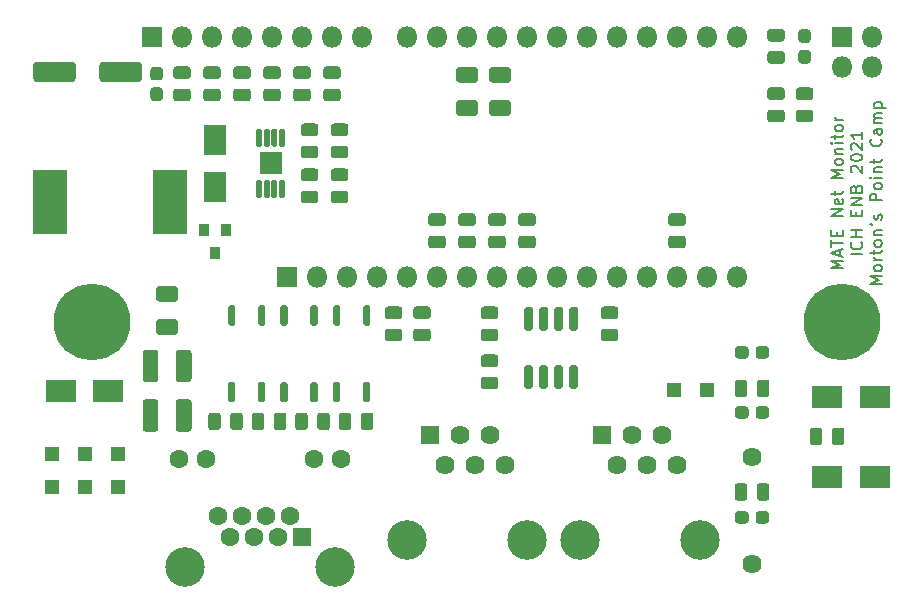
<source format=gbr>
%TF.GenerationSoftware,KiCad,Pcbnew,(5.1.6-0)*%
%TF.CreationDate,2021-08-25T01:08:22-07:00*%
%TF.ProjectId,mate-net-monitor,6d617465-2d6e-4657-942d-6d6f6e69746f,P1*%
%TF.SameCoordinates,PX6b4f310PY74ffa90*%
%TF.FileFunction,Soldermask,Top*%
%TF.FilePolarity,Negative*%
%FSLAX46Y46*%
G04 Gerber Fmt 4.6, Leading zero omitted, Abs format (unit mm)*
G04 Created by KiCad (PCBNEW (5.1.6-0)) date 2021-08-25 01:08:22*
%MOMM*%
%LPD*%
G01*
G04 APERTURE LIST*
%ADD10C,0.152400*%
%ADD11O,1.800000X1.800000*%
%ADD12R,1.800000X1.800000*%
%ADD13C,1.600000*%
%ADD14C,3.350000*%
%ADD15R,1.600000X1.600000*%
%ADD16C,6.500000*%
%ADD17C,0.900000*%
%ADD18C,0.100000*%
%ADD19R,1.200000X1.200000*%
%ADD20R,2.600000X1.900000*%
%ADD21R,1.900000X2.600000*%
%ADD22C,1.624000*%
%ADD23C,1.620000*%
%ADD24R,1.620000X1.620000*%
%ADD25R,2.900000X5.400000*%
%ADD26R,0.900000X1.000000*%
%ADD27R,1.950000X1.830000*%
G04 APERTURE END LIST*
D10*
X69157980Y30726858D02*
X68157980Y30726858D01*
X68872266Y31060191D01*
X68157980Y31393524D01*
X69157980Y31393524D01*
X68872266Y31822096D02*
X68872266Y32298286D01*
X69157980Y31726858D02*
X68157980Y32060191D01*
X69157980Y32393524D01*
X68157980Y32584000D02*
X68157980Y33155429D01*
X69157980Y32869715D02*
X68157980Y32869715D01*
X68634171Y33488762D02*
X68634171Y33822096D01*
X69157980Y33964953D02*
X69157980Y33488762D01*
X68157980Y33488762D01*
X68157980Y33964953D01*
X69157980Y35155429D02*
X68157980Y35155429D01*
X69157980Y35726858D01*
X68157980Y35726858D01*
X69110361Y36584000D02*
X69157980Y36488762D01*
X69157980Y36298286D01*
X69110361Y36203048D01*
X69015123Y36155429D01*
X68634171Y36155429D01*
X68538933Y36203048D01*
X68491314Y36298286D01*
X68491314Y36488762D01*
X68538933Y36584000D01*
X68634171Y36631620D01*
X68729409Y36631620D01*
X68824647Y36155429D01*
X68491314Y36917334D02*
X68491314Y37298286D01*
X68157980Y37060191D02*
X69015123Y37060191D01*
X69110361Y37107810D01*
X69157980Y37203048D01*
X69157980Y37298286D01*
X69157980Y38393524D02*
X68157980Y38393524D01*
X68872266Y38726858D01*
X68157980Y39060191D01*
X69157980Y39060191D01*
X69157980Y39679239D02*
X69110361Y39584000D01*
X69062742Y39536381D01*
X68967504Y39488762D01*
X68681790Y39488762D01*
X68586552Y39536381D01*
X68538933Y39584000D01*
X68491314Y39679239D01*
X68491314Y39822096D01*
X68538933Y39917334D01*
X68586552Y39964953D01*
X68681790Y40012572D01*
X68967504Y40012572D01*
X69062742Y39964953D01*
X69110361Y39917334D01*
X69157980Y39822096D01*
X69157980Y39679239D01*
X68491314Y40441143D02*
X69157980Y40441143D01*
X68586552Y40441143D02*
X68538933Y40488762D01*
X68491314Y40584000D01*
X68491314Y40726858D01*
X68538933Y40822096D01*
X68634171Y40869715D01*
X69157980Y40869715D01*
X69157980Y41345905D02*
X68491314Y41345905D01*
X68157980Y41345905D02*
X68205600Y41298286D01*
X68253219Y41345905D01*
X68205600Y41393524D01*
X68157980Y41345905D01*
X68253219Y41345905D01*
X68491314Y41679239D02*
X68491314Y42060191D01*
X68157980Y41822096D02*
X69015123Y41822096D01*
X69110361Y41869715D01*
X69157980Y41964953D01*
X69157980Y42060191D01*
X69157980Y42536381D02*
X69110361Y42441143D01*
X69062742Y42393524D01*
X68967504Y42345905D01*
X68681790Y42345905D01*
X68586552Y42393524D01*
X68538933Y42441143D01*
X68491314Y42536381D01*
X68491314Y42679239D01*
X68538933Y42774477D01*
X68586552Y42822096D01*
X68681790Y42869715D01*
X68967504Y42869715D01*
X69062742Y42822096D01*
X69110361Y42774477D01*
X69157980Y42679239D01*
X69157980Y42536381D01*
X69157980Y43298286D02*
X68491314Y43298286D01*
X68681790Y43298286D02*
X68586552Y43345905D01*
X68538933Y43393524D01*
X68491314Y43488762D01*
X68491314Y43584000D01*
X70810380Y31917334D02*
X69810380Y31917334D01*
X70715142Y32964953D02*
X70762761Y32917334D01*
X70810380Y32774477D01*
X70810380Y32679239D01*
X70762761Y32536381D01*
X70667523Y32441143D01*
X70572285Y32393524D01*
X70381809Y32345905D01*
X70238952Y32345905D01*
X70048476Y32393524D01*
X69953238Y32441143D01*
X69858000Y32536381D01*
X69810380Y32679239D01*
X69810380Y32774477D01*
X69858000Y32917334D01*
X69905619Y32964953D01*
X70810380Y33393524D02*
X69810380Y33393524D01*
X70286571Y33393524D02*
X70286571Y33964953D01*
X70810380Y33964953D02*
X69810380Y33964953D01*
X70286571Y35203048D02*
X70286571Y35536381D01*
X70810380Y35679239D02*
X70810380Y35203048D01*
X69810380Y35203048D01*
X69810380Y35679239D01*
X70810380Y36107810D02*
X69810380Y36107810D01*
X70810380Y36679239D01*
X69810380Y36679239D01*
X70286571Y37488762D02*
X70334190Y37631620D01*
X70381809Y37679239D01*
X70477047Y37726858D01*
X70619904Y37726858D01*
X70715142Y37679239D01*
X70762761Y37631620D01*
X70810380Y37536381D01*
X70810380Y37155429D01*
X69810380Y37155429D01*
X69810380Y37488762D01*
X69858000Y37584000D01*
X69905619Y37631620D01*
X70000857Y37679239D01*
X70096095Y37679239D01*
X70191333Y37631620D01*
X70238952Y37584000D01*
X70286571Y37488762D01*
X70286571Y37155429D01*
X69905619Y38869715D02*
X69858000Y38917334D01*
X69810380Y39012572D01*
X69810380Y39250667D01*
X69858000Y39345905D01*
X69905619Y39393524D01*
X70000857Y39441143D01*
X70096095Y39441143D01*
X70238952Y39393524D01*
X70810380Y38822096D01*
X70810380Y39441143D01*
X69810380Y40060191D02*
X69810380Y40155429D01*
X69858000Y40250667D01*
X69905619Y40298286D01*
X70000857Y40345905D01*
X70191333Y40393524D01*
X70429428Y40393524D01*
X70619904Y40345905D01*
X70715142Y40298286D01*
X70762761Y40250667D01*
X70810380Y40155429D01*
X70810380Y40060191D01*
X70762761Y39964953D01*
X70715142Y39917334D01*
X70619904Y39869715D01*
X70429428Y39822096D01*
X70191333Y39822096D01*
X70000857Y39869715D01*
X69905619Y39917334D01*
X69858000Y39964953D01*
X69810380Y40060191D01*
X69905619Y40774477D02*
X69858000Y40822096D01*
X69810380Y40917334D01*
X69810380Y41155429D01*
X69858000Y41250667D01*
X69905619Y41298286D01*
X70000857Y41345905D01*
X70096095Y41345905D01*
X70238952Y41298286D01*
X70810380Y40726858D01*
X70810380Y41345905D01*
X70810380Y42298286D02*
X70810380Y41726858D01*
X70810380Y42012572D02*
X69810380Y42012572D01*
X69953238Y41917334D01*
X70048476Y41822096D01*
X70096095Y41726858D01*
X72462780Y29393524D02*
X71462780Y29393524D01*
X72177066Y29726858D01*
X71462780Y30060191D01*
X72462780Y30060191D01*
X72462780Y30679239D02*
X72415161Y30584000D01*
X72367542Y30536381D01*
X72272304Y30488762D01*
X71986590Y30488762D01*
X71891352Y30536381D01*
X71843733Y30584000D01*
X71796114Y30679239D01*
X71796114Y30822096D01*
X71843733Y30917334D01*
X71891352Y30964953D01*
X71986590Y31012572D01*
X72272304Y31012572D01*
X72367542Y30964953D01*
X72415161Y30917334D01*
X72462780Y30822096D01*
X72462780Y30679239D01*
X72462780Y31441143D02*
X71796114Y31441143D01*
X71986590Y31441143D02*
X71891352Y31488762D01*
X71843733Y31536381D01*
X71796114Y31631620D01*
X71796114Y31726858D01*
X71796114Y31917334D02*
X71796114Y32298286D01*
X71462780Y32060191D02*
X72319923Y32060191D01*
X72415161Y32107810D01*
X72462780Y32203048D01*
X72462780Y32298286D01*
X72462780Y32774477D02*
X72415161Y32679239D01*
X72367542Y32631620D01*
X72272304Y32584000D01*
X71986590Y32584000D01*
X71891352Y32631620D01*
X71843733Y32679239D01*
X71796114Y32774477D01*
X71796114Y32917334D01*
X71843733Y33012572D01*
X71891352Y33060191D01*
X71986590Y33107810D01*
X72272304Y33107810D01*
X72367542Y33060191D01*
X72415161Y33012572D01*
X72462780Y32917334D01*
X72462780Y32774477D01*
X71796114Y33536381D02*
X72462780Y33536381D01*
X71891352Y33536381D02*
X71843733Y33584000D01*
X71796114Y33679239D01*
X71796114Y33822096D01*
X71843733Y33917334D01*
X71938971Y33964953D01*
X72462780Y33964953D01*
X71462780Y34488762D02*
X71510400Y34488762D01*
X71605638Y34441143D01*
X71653257Y34393524D01*
X72415161Y34869715D02*
X72462780Y34964953D01*
X72462780Y35155429D01*
X72415161Y35250667D01*
X72319923Y35298286D01*
X72272304Y35298286D01*
X72177066Y35250667D01*
X72129447Y35155429D01*
X72129447Y35012572D01*
X72081828Y34917334D01*
X71986590Y34869715D01*
X71938971Y34869715D01*
X71843733Y34917334D01*
X71796114Y35012572D01*
X71796114Y35155429D01*
X71843733Y35250667D01*
X72462780Y36488762D02*
X71462780Y36488762D01*
X71462780Y36869715D01*
X71510400Y36964953D01*
X71558019Y37012572D01*
X71653257Y37060191D01*
X71796114Y37060191D01*
X71891352Y37012572D01*
X71938971Y36964953D01*
X71986590Y36869715D01*
X71986590Y36488762D01*
X72462780Y37631620D02*
X72415161Y37536381D01*
X72367542Y37488762D01*
X72272304Y37441143D01*
X71986590Y37441143D01*
X71891352Y37488762D01*
X71843733Y37536381D01*
X71796114Y37631620D01*
X71796114Y37774477D01*
X71843733Y37869715D01*
X71891352Y37917334D01*
X71986590Y37964953D01*
X72272304Y37964953D01*
X72367542Y37917334D01*
X72415161Y37869715D01*
X72462780Y37774477D01*
X72462780Y37631620D01*
X72462780Y38393524D02*
X71796114Y38393524D01*
X71462780Y38393524D02*
X71510400Y38345905D01*
X71558019Y38393524D01*
X71510400Y38441143D01*
X71462780Y38393524D01*
X71558019Y38393524D01*
X71796114Y38869715D02*
X72462780Y38869715D01*
X71891352Y38869715D02*
X71843733Y38917334D01*
X71796114Y39012572D01*
X71796114Y39155429D01*
X71843733Y39250667D01*
X71938971Y39298286D01*
X72462780Y39298286D01*
X71796114Y39631620D02*
X71796114Y40012572D01*
X71462780Y39774477D02*
X72319923Y39774477D01*
X72415161Y39822096D01*
X72462780Y39917334D01*
X72462780Y40012572D01*
X72367542Y41679239D02*
X72415161Y41631620D01*
X72462780Y41488762D01*
X72462780Y41393524D01*
X72415161Y41250667D01*
X72319923Y41155429D01*
X72224685Y41107810D01*
X72034209Y41060191D01*
X71891352Y41060191D01*
X71700876Y41107810D01*
X71605638Y41155429D01*
X71510400Y41250667D01*
X71462780Y41393524D01*
X71462780Y41488762D01*
X71510400Y41631620D01*
X71558019Y41679239D01*
X72462780Y42536381D02*
X71938971Y42536381D01*
X71843733Y42488762D01*
X71796114Y42393524D01*
X71796114Y42203048D01*
X71843733Y42107810D01*
X72415161Y42536381D02*
X72462780Y42441143D01*
X72462780Y42203048D01*
X72415161Y42107810D01*
X72319923Y42060191D01*
X72224685Y42060191D01*
X72129447Y42107810D01*
X72081828Y42203048D01*
X72081828Y42441143D01*
X72034209Y42536381D01*
X72462780Y43012572D02*
X71796114Y43012572D01*
X71891352Y43012572D02*
X71843733Y43060191D01*
X71796114Y43155429D01*
X71796114Y43298286D01*
X71843733Y43393524D01*
X71938971Y43441143D01*
X72462780Y43441143D01*
X71938971Y43441143D02*
X71843733Y43488762D01*
X71796114Y43584000D01*
X71796114Y43726858D01*
X71843733Y43822096D01*
X71938971Y43869715D01*
X72462780Y43869715D01*
X71796114Y44345905D02*
X72796114Y44345905D01*
X71843733Y44345905D02*
X71796114Y44441143D01*
X71796114Y44631620D01*
X71843733Y44726858D01*
X71891352Y44774477D01*
X71986590Y44822096D01*
X72272304Y44822096D01*
X72367542Y44774477D01*
X72415161Y44726858D01*
X72462780Y44631620D01*
X72462780Y44441143D01*
X72415161Y44345905D01*
D11*
%TO.C,A1*%
X32258000Y50292000D03*
X34798000Y50292000D03*
X39878000Y50292000D03*
X42418000Y50292000D03*
X44958000Y50292000D03*
X47498000Y50292000D03*
X50038000Y50292000D03*
X52578000Y50292000D03*
X55118000Y50292000D03*
X57658000Y50292000D03*
X60198000Y50292000D03*
X37338000Y50292000D03*
X60198000Y29972000D03*
X57658000Y29972000D03*
X55118000Y29972000D03*
X52578000Y29972000D03*
X50038000Y29972000D03*
X47498000Y29972000D03*
X44958000Y29972000D03*
X42418000Y29972000D03*
X39878000Y29972000D03*
X37338000Y29972000D03*
X34798000Y29972000D03*
X32258000Y29972000D03*
X29718000Y29972000D03*
X27178000Y29972000D03*
X24638000Y29972000D03*
D12*
X22098000Y29972000D03*
%TD*%
D13*
%TO.C,J5*%
X12948000Y14601000D03*
X15238000Y14601000D03*
X24378000Y14601000D03*
X26668000Y14601000D03*
D14*
X13458000Y5461000D03*
X26158000Y5461000D03*
D13*
X16256000Y9781000D03*
X18288000Y9781000D03*
X20320000Y9781000D03*
X22352000Y9781000D03*
X17272000Y8001000D03*
X19304000Y8001000D03*
X21336000Y8001000D03*
D15*
X23368000Y8001000D03*
%TD*%
D16*
%TO.C,H3*%
X5588000Y26162000D03*
D17*
X7178000Y27752000D03*
X5588000Y28412000D03*
X3998000Y27752000D03*
X3338000Y26162000D03*
X3998000Y24572000D03*
X5588000Y23912000D03*
X7178000Y24572000D03*
X7838000Y26162000D03*
D18*
G36*
X5590444Y28961940D02*
G01*
X5601425Y28961403D01*
X5612424Y28961403D01*
X5614866Y28961343D01*
X5834428Y28950605D01*
X5834428Y28950597D01*
X5834789Y28950587D01*
X5841752Y28950197D01*
X5844528Y28949964D01*
X5865010Y28947667D01*
X5885485Y28945659D01*
X5887909Y28945362D01*
X6105373Y28913249D01*
X6105718Y28913196D01*
X6112617Y28912128D01*
X6115364Y28911624D01*
X6135493Y28907345D01*
X6155698Y28903345D01*
X6158083Y28902812D01*
X6371374Y28849633D01*
X6371352Y28849545D01*
X6371697Y28849453D01*
X6371721Y28849545D01*
X6378476Y28847811D01*
X6381164Y28847040D01*
X6400770Y28840820D01*
X6420499Y28834864D01*
X6422821Y28834101D01*
X6629901Y28760363D01*
X6629892Y28760338D01*
X6630242Y28760222D01*
X6630248Y28760238D01*
X6636799Y28757853D01*
X6639392Y28756826D01*
X6658285Y28748728D01*
X6677352Y28740869D01*
X6679587Y28739883D01*
X6878473Y28646294D01*
X6878450Y28646245D01*
X6878799Y28646082D01*
X6878822Y28646129D01*
X6885099Y28643122D01*
X6887584Y28641845D01*
X6905632Y28631923D01*
X6923807Y28622259D01*
X6925934Y28621060D01*
X7114746Y28508506D01*
X7114718Y28508459D01*
X7115030Y28508263D01*
X7115062Y28508316D01*
X7121022Y28504707D01*
X7123371Y28503193D01*
X7140375Y28491550D01*
X7157510Y28480166D01*
X7159512Y28478765D01*
X7336447Y28348317D01*
X7336728Y28348108D01*
X7342318Y28343926D01*
X7344505Y28342193D01*
X7360319Y28328924D01*
X7376234Y28315943D01*
X7378088Y28314354D01*
X7541437Y28167274D01*
X7541404Y28167237D01*
X7541680Y28166984D01*
X7541715Y28167022D01*
X7546859Y28162326D01*
X7548873Y28160381D01*
X7563292Y28145656D01*
X7577885Y28131165D01*
X7579577Y28129401D01*
X7727805Y27967071D01*
X7728044Y27966808D01*
X7732715Y27961619D01*
X7734519Y27959498D01*
X7747418Y27943456D01*
X7760546Y27927586D01*
X7762057Y27925667D01*
X7893699Y27749698D01*
X7893708Y27749686D01*
X7893954Y27749355D01*
X7898089Y27743746D01*
X7899680Y27741457D01*
X7910950Y27724235D01*
X7922471Y27707154D01*
X7923786Y27705097D01*
X8037657Y27517072D01*
X8037583Y27517027D01*
X8037760Y27516721D01*
X8037840Y27516769D01*
X8041415Y27510772D01*
X8042778Y27508333D01*
X8052319Y27490083D01*
X8062107Y27471980D01*
X8063217Y27469802D01*
X8158196Y27271564D01*
X8157950Y27271446D01*
X8158111Y27271117D01*
X8158354Y27271231D01*
X8161321Y27264926D01*
X8162439Y27262367D01*
X8170147Y27243289D01*
X8178131Y27224296D01*
X8179023Y27222021D01*
X8254208Y27015454D01*
X8254328Y27015119D01*
X8256669Y27008542D01*
X8257529Y27005895D01*
X8263338Y26986160D01*
X8269432Y26966472D01*
X8270097Y26964122D01*
X8324765Y26751204D01*
X8324852Y26750860D01*
X8326540Y26744086D01*
X8327138Y26741366D01*
X8330989Y26721181D01*
X8335137Y26700971D01*
X8335569Y26698567D01*
X8369199Y26481331D01*
X8369252Y26480987D01*
X8370272Y26474080D01*
X8370602Y26471307D01*
X8372468Y26450801D01*
X8374620Y26430326D01*
X8374816Y26427891D01*
X8387086Y26208430D01*
X8387026Y26208427D01*
X8387046Y26208035D01*
X8387106Y26208038D01*
X8387446Y26201089D01*
X8387505Y26198297D01*
X8387361Y26177739D01*
X8387505Y26157119D01*
X8387462Y26154677D01*
X8378258Y25935066D01*
X8378225Y25935067D01*
X8378210Y25934665D01*
X8378240Y25934664D01*
X8377900Y25927721D01*
X8377686Y25924940D01*
X8375538Y25904508D01*
X8373668Y25883957D01*
X8373387Y25881530D01*
X8342793Y25663846D01*
X8342744Y25663500D01*
X8341724Y25656593D01*
X8341239Y25653843D01*
X8337089Y25633628D01*
X8333240Y25613451D01*
X8332724Y25611064D01*
X8281038Y25397420D01*
X8280991Y25397431D01*
X8280900Y25397061D01*
X8280947Y25397049D01*
X8279262Y25390291D01*
X8278511Y25387601D01*
X8272433Y25367967D01*
X8266611Y25348184D01*
X8265864Y25345857D01*
X8193572Y25138261D01*
X8193456Y25137931D01*
X8191114Y25131354D01*
X8190104Y25128752D01*
X8182153Y25109836D01*
X8174411Y25090676D01*
X8173441Y25088435D01*
X8081240Y24888894D01*
X8081181Y24888921D01*
X8081004Y24888611D01*
X8081089Y24888571D01*
X8078117Y24882254D01*
X8076856Y24879758D01*
X8067052Y24861626D01*
X8057525Y24843403D01*
X8056341Y24841266D01*
X7945113Y24651681D01*
X7945090Y24651695D01*
X7944887Y24651357D01*
X7944911Y24651342D01*
X7941349Y24645367D01*
X7939854Y24643011D01*
X7928371Y24625985D01*
X7917065Y24608710D01*
X7915679Y24606701D01*
X7786469Y24428859D01*
X7786262Y24428576D01*
X7782119Y24422957D01*
X7780401Y24420758D01*
X7767279Y24404895D01*
X7754377Y24388849D01*
X7752800Y24386983D01*
X7606858Y24222604D01*
X7606767Y24222685D01*
X7606525Y24222406D01*
X7606612Y24222328D01*
X7601952Y24217152D01*
X7600025Y24215129D01*
X7585386Y24200592D01*
X7571005Y24185907D01*
X7569255Y24184204D01*
X7407974Y24034857D01*
X7407940Y24034894D01*
X7407661Y24034639D01*
X7407695Y24034601D01*
X7402551Y24029904D01*
X7400437Y24028080D01*
X7384497Y24015080D01*
X7368710Y24001833D01*
X7366801Y24000308D01*
X7191715Y23867411D01*
X7191644Y23867505D01*
X7191349Y23867278D01*
X7191417Y23867187D01*
X7185838Y23863013D01*
X7183556Y23861403D01*
X7166373Y23849986D01*
X7149416Y23838376D01*
X7147368Y23837046D01*
X6960144Y23721864D01*
X6960129Y23721888D01*
X6959814Y23721694D01*
X6959828Y23721671D01*
X6953864Y23718060D01*
X6951443Y23716685D01*
X6933318Y23707047D01*
X6915218Y23697097D01*
X6913050Y23695973D01*
X6715480Y23599612D01*
X6715396Y23599784D01*
X6715068Y23599617D01*
X6715147Y23599451D01*
X6708862Y23596440D01*
X6706313Y23595305D01*
X6687291Y23587464D01*
X6668350Y23579347D01*
X6666083Y23578440D01*
X6460046Y23501816D01*
X6459720Y23501696D01*
X6453160Y23499308D01*
X6450510Y23498426D01*
X6430797Y23492474D01*
X6411173Y23486249D01*
X6408827Y23485568D01*
X6196296Y23429415D01*
X6195957Y23429327D01*
X6189195Y23427591D01*
X6186474Y23426972D01*
X6166226Y23422963D01*
X6146137Y23418693D01*
X6143736Y23418243D01*
X5926740Y23383097D01*
X5926395Y23383043D01*
X5919496Y23381975D01*
X5916726Y23381625D01*
X5896228Y23379615D01*
X5875775Y23377321D01*
X5873341Y23377108D01*
X5653967Y23363306D01*
X5653962Y23363380D01*
X5653579Y23363358D01*
X5653583Y23363283D01*
X5646635Y23362894D01*
X5643840Y23362816D01*
X5623246Y23362816D01*
X5602662Y23362529D01*
X5600220Y23362554D01*
X5380550Y23370225D01*
X5380551Y23370267D01*
X5380162Y23370283D01*
X5380160Y23370241D01*
X5373209Y23370532D01*
X5370421Y23370727D01*
X5350016Y23372728D01*
X5329413Y23374458D01*
X5326984Y23374722D01*
X5109093Y23403795D01*
X5109121Y23404004D01*
X5108768Y23404039D01*
X5108741Y23403844D01*
X5101832Y23404815D01*
X5099081Y23405280D01*
X5078876Y23409280D01*
X5058629Y23412997D01*
X5056240Y23413496D01*
X4842231Y23463691D01*
X4842233Y23463701D01*
X4841878Y23463789D01*
X4841875Y23463776D01*
X4835102Y23465414D01*
X4832403Y23466147D01*
X4812650Y23472111D01*
X4792901Y23477774D01*
X4790570Y23478504D01*
X4582486Y23549341D01*
X4582487Y23549344D01*
X4582125Y23549469D01*
X4582124Y23549466D01*
X4575545Y23551758D01*
X4572941Y23552747D01*
X4553890Y23560599D01*
X4534761Y23568173D01*
X4532513Y23569127D01*
X4332330Y23659934D01*
X4332386Y23660057D01*
X4332055Y23660210D01*
X4331998Y23660086D01*
X4325671Y23663009D01*
X4323167Y23664252D01*
X4305032Y23673894D01*
X4286675Y23683329D01*
X4284530Y23684499D01*
X4094157Y23794411D01*
X4093853Y23794588D01*
X4087832Y23798121D01*
X4085466Y23799599D01*
X4068353Y23810969D01*
X4051011Y23822145D01*
X4048990Y23823519D01*
X3870250Y23951484D01*
X3869964Y23951690D01*
X3864316Y23955794D01*
X3862107Y23957496D01*
X3846198Y23970471D01*
X3830015Y23983297D01*
X3828137Y23984861D01*
X3662749Y24129649D01*
X3662847Y24129761D01*
X3662560Y24130007D01*
X3662465Y24129900D01*
X3657257Y24134524D01*
X3655222Y24136435D01*
X3640652Y24150903D01*
X3625801Y24165245D01*
X3624085Y24166985D01*
X3473616Y24327219D01*
X3473623Y24327225D01*
X3473358Y24327502D01*
X3473355Y24327499D01*
X3468623Y24332610D01*
X3466787Y24334707D01*
X3453651Y24350585D01*
X3440318Y24366252D01*
X3438781Y24368150D01*
X3304656Y24542313D01*
X3304443Y24542590D01*
X3300222Y24548151D01*
X3298597Y24550422D01*
X3287097Y24567472D01*
X3275332Y24584400D01*
X3273988Y24586439D01*
X3157508Y24772847D01*
X3157574Y24772888D01*
X3157368Y24773214D01*
X3157304Y24773175D01*
X3153657Y24779103D01*
X3152261Y24781522D01*
X3142495Y24799583D01*
X3132423Y24817606D01*
X3131283Y24819767D01*
X3033542Y25016666D01*
X3033387Y25016982D01*
X3030327Y25023257D01*
X3029175Y25025796D01*
X3021195Y25044778D01*
X3012953Y25063644D01*
X3012030Y25065906D01*
X2933969Y25271403D01*
X2933844Y25271734D01*
X2931411Y25278278D01*
X2930513Y25280918D01*
X2924447Y25300515D01*
X2918062Y25320166D01*
X2917364Y25322507D01*
X2859728Y25534640D01*
X2859637Y25534981D01*
X2857854Y25541731D01*
X2857217Y25544447D01*
X2853070Y25564652D01*
X2848656Y25584726D01*
X2848189Y25587125D01*
X2811532Y25803857D01*
X2811588Y25803866D01*
X2811535Y25804232D01*
X2811472Y25804222D01*
X2810357Y25811106D01*
X2809988Y25813875D01*
X2807842Y25834296D01*
X2805398Y25854789D01*
X2805168Y25857222D01*
X2789833Y26076512D01*
X2789810Y26076863D01*
X2789372Y26083830D01*
X2789274Y26086616D01*
X2789129Y26107238D01*
X2788772Y26124320D01*
X2788729Y26126407D01*
X3889030Y26126407D01*
X3900611Y25960790D01*
X3928298Y25797095D01*
X3971830Y25636872D01*
X4030783Y25481676D01*
X4104611Y25332950D01*
X4192584Y25192164D01*
X4293890Y25060617D01*
X4407537Y24939597D01*
X4532459Y24830235D01*
X4667454Y24733589D01*
X4811236Y24650576D01*
X4962436Y24581989D01*
X5119597Y24528487D01*
X5281226Y24490577D01*
X5445807Y24468617D01*
X5611734Y24462822D01*
X5777415Y24473246D01*
X5941313Y24499793D01*
X6101835Y24542204D01*
X6257433Y24600070D01*
X6406673Y24672859D01*
X6548075Y24759851D01*
X6680316Y24860227D01*
X6802135Y24973032D01*
X6912362Y25097185D01*
X7009947Y25231499D01*
X7093966Y25374707D01*
X7163603Y25525414D01*
X7218204Y25682210D01*
X7257243Y25843575D01*
X7280349Y26007987D01*
X7287302Y26173862D01*
X7278033Y26339632D01*
X7252635Y26503692D01*
X7211345Y26664511D01*
X7154563Y26820517D01*
X7082819Y26970257D01*
X6996824Y27112253D01*
X6897368Y27245200D01*
X6785407Y27367813D01*
X6662042Y27478890D01*
X6528394Y27577423D01*
X6385793Y27662431D01*
X6235579Y27733116D01*
X6079160Y27788815D01*
X5918073Y27828978D01*
X5753818Y27853234D01*
X5578397Y27861813D01*
X5550144Y27861418D01*
X5375014Y27847943D01*
X5211513Y27819113D01*
X5051609Y27774467D01*
X4896814Y27714426D01*
X4748622Y27639569D01*
X4608447Y27550611D01*
X4477612Y27448392D01*
X4357383Y27333899D01*
X4248903Y27208223D01*
X4153198Y27072553D01*
X4071189Y26928191D01*
X4003666Y26776533D01*
X3951256Y26618985D01*
X3914474Y26457087D01*
X3893666Y26292374D01*
X3889030Y26126407D01*
X2788729Y26126407D01*
X2788699Y26127791D01*
X2788707Y26130237D01*
X2794845Y26349975D01*
X2794857Y26350327D01*
X2795101Y26357304D01*
X2795276Y26360088D01*
X2797138Y26380544D01*
X2798721Y26401122D01*
X2798968Y26403553D01*
X2826518Y26621627D01*
X2826538Y26621624D01*
X2826579Y26621999D01*
X2826566Y26622001D01*
X2827488Y26628910D01*
X2827935Y26631666D01*
X2831793Y26651888D01*
X2835368Y26672163D01*
X2835850Y26674557D01*
X2884551Y26888920D01*
X2884630Y26889261D01*
X2886224Y26896057D01*
X2886937Y26898755D01*
X2892742Y26918478D01*
X2898288Y26938342D01*
X2899002Y26940678D01*
X2968386Y27149252D01*
X2968537Y27149202D01*
X2968655Y27149554D01*
X2968506Y27149605D01*
X2970750Y27156198D01*
X2971724Y27158818D01*
X2979421Y27177868D01*
X2986883Y27197106D01*
X2987822Y27199361D01*
X3077228Y27400169D01*
X3077235Y27400166D01*
X3077382Y27400511D01*
X3077381Y27400511D01*
X3080261Y27406859D01*
X3081483Y27409365D01*
X3091015Y27427600D01*
X3100305Y27445989D01*
X3101459Y27448141D01*
X3210039Y27639277D01*
X3210214Y27639582D01*
X3213705Y27645628D01*
X3215166Y27648004D01*
X3226451Y27665249D01*
X3237474Y27682619D01*
X3238833Y27684649D01*
X3365547Y27864277D01*
X3365750Y27864563D01*
X3369814Y27870239D01*
X3371501Y27872461D01*
X3384392Y27888495D01*
X3397078Y27904731D01*
X3398628Y27906618D01*
X3542251Y28073008D01*
X3542291Y28072974D01*
X3542552Y28073275D01*
X3542513Y28073309D01*
X3547090Y28078538D01*
X3548989Y28080589D01*
X3563406Y28095312D01*
X3577596Y28110212D01*
X3579323Y28111940D01*
X3738514Y28263535D01*
X3738767Y28263774D01*
X3743856Y28268553D01*
X3745945Y28270407D01*
X3761706Y28283632D01*
X3777302Y28297094D01*
X3779190Y28298644D01*
X3952412Y28433981D01*
X3952693Y28434200D01*
X3958225Y28438459D01*
X3960478Y28440095D01*
X3977398Y28451681D01*
X3994292Y28463598D01*
X3996322Y28464956D01*
X4181927Y28582744D01*
X4182063Y28582529D01*
X4182349Y28582747D01*
X4182231Y28582936D01*
X4188143Y28586630D01*
X4190549Y28588042D01*
X4208586Y28597958D01*
X4226497Y28608133D01*
X4228650Y28609287D01*
X4424862Y28708400D01*
X4425174Y28708557D01*
X4431427Y28711661D01*
X4433963Y28712832D01*
X4452863Y28720932D01*
X4471693Y28729316D01*
X4473949Y28730255D01*
X4678896Y28809749D01*
X4679222Y28809874D01*
X4685748Y28812353D01*
X4688385Y28813272D01*
X4708040Y28819507D01*
X4727548Y28825996D01*
X4729884Y28826710D01*
X4941591Y28885820D01*
X4941602Y28885782D01*
X4941982Y28885885D01*
X4941971Y28885925D01*
X4948686Y28887749D01*
X4951398Y28888404D01*
X4971473Y28892671D01*
X4991614Y28897247D01*
X4994010Y28897730D01*
X5210494Y28935902D01*
X5210840Y28935962D01*
X5217724Y28937126D01*
X5220486Y28937514D01*
X5240909Y28939805D01*
X5261375Y28942390D01*
X5263804Y28942637D01*
X5482980Y28959502D01*
X5483328Y28959527D01*
X5490292Y28960014D01*
X5493080Y28960131D01*
X5504085Y28960285D01*
X5515059Y28960975D01*
X5517499Y28961069D01*
X5580323Y28961946D01*
X5580670Y28961950D01*
X5587651Y28961999D01*
X5590444Y28961940D01*
G37*
%TD*%
D16*
%TO.C,H4*%
X69088000Y26162000D03*
D17*
X70678000Y27752000D03*
X69088000Y28412000D03*
X67498000Y27752000D03*
X66838000Y26162000D03*
X67498000Y24572000D03*
X69088000Y23912000D03*
X70678000Y24572000D03*
X71338000Y26162000D03*
D18*
G36*
X69090444Y28961940D02*
G01*
X69101425Y28961403D01*
X69112424Y28961403D01*
X69114866Y28961343D01*
X69334428Y28950605D01*
X69334428Y28950597D01*
X69334789Y28950587D01*
X69341752Y28950197D01*
X69344528Y28949964D01*
X69365010Y28947667D01*
X69385485Y28945659D01*
X69387909Y28945362D01*
X69605373Y28913249D01*
X69605718Y28913196D01*
X69612617Y28912128D01*
X69615364Y28911624D01*
X69635493Y28907345D01*
X69655698Y28903345D01*
X69658083Y28902812D01*
X69871374Y28849633D01*
X69871352Y28849545D01*
X69871697Y28849453D01*
X69871721Y28849545D01*
X69878476Y28847811D01*
X69881164Y28847040D01*
X69900770Y28840820D01*
X69920499Y28834864D01*
X69922821Y28834101D01*
X70129901Y28760363D01*
X70129892Y28760338D01*
X70130242Y28760222D01*
X70130248Y28760238D01*
X70136799Y28757853D01*
X70139392Y28756826D01*
X70158285Y28748728D01*
X70177352Y28740869D01*
X70179587Y28739883D01*
X70378473Y28646294D01*
X70378450Y28646245D01*
X70378799Y28646082D01*
X70378822Y28646129D01*
X70385099Y28643122D01*
X70387584Y28641845D01*
X70405632Y28631923D01*
X70423807Y28622259D01*
X70425934Y28621060D01*
X70614746Y28508506D01*
X70614718Y28508459D01*
X70615030Y28508263D01*
X70615062Y28508316D01*
X70621022Y28504707D01*
X70623371Y28503193D01*
X70640375Y28491550D01*
X70657510Y28480166D01*
X70659512Y28478765D01*
X70836447Y28348317D01*
X70836728Y28348108D01*
X70842318Y28343926D01*
X70844505Y28342193D01*
X70860319Y28328924D01*
X70876234Y28315943D01*
X70878088Y28314354D01*
X71041437Y28167274D01*
X71041404Y28167237D01*
X71041680Y28166984D01*
X71041715Y28167022D01*
X71046859Y28162326D01*
X71048873Y28160381D01*
X71063292Y28145656D01*
X71077885Y28131165D01*
X71079577Y28129401D01*
X71227805Y27967071D01*
X71228044Y27966808D01*
X71232715Y27961619D01*
X71234519Y27959498D01*
X71247418Y27943456D01*
X71260546Y27927586D01*
X71262057Y27925667D01*
X71393699Y27749698D01*
X71393708Y27749686D01*
X71393954Y27749355D01*
X71398089Y27743746D01*
X71399680Y27741457D01*
X71410950Y27724235D01*
X71422471Y27707154D01*
X71423786Y27705097D01*
X71537657Y27517072D01*
X71537583Y27517027D01*
X71537760Y27516721D01*
X71537840Y27516769D01*
X71541415Y27510772D01*
X71542778Y27508333D01*
X71552319Y27490083D01*
X71562107Y27471980D01*
X71563217Y27469802D01*
X71658196Y27271564D01*
X71657950Y27271446D01*
X71658111Y27271117D01*
X71658354Y27271231D01*
X71661321Y27264926D01*
X71662439Y27262367D01*
X71670147Y27243289D01*
X71678131Y27224296D01*
X71679023Y27222021D01*
X71754208Y27015454D01*
X71754328Y27015119D01*
X71756669Y27008542D01*
X71757529Y27005895D01*
X71763338Y26986160D01*
X71769432Y26966472D01*
X71770097Y26964122D01*
X71824765Y26751204D01*
X71824852Y26750860D01*
X71826540Y26744086D01*
X71827138Y26741366D01*
X71830989Y26721181D01*
X71835137Y26700971D01*
X71835569Y26698567D01*
X71869199Y26481331D01*
X71869252Y26480987D01*
X71870272Y26474080D01*
X71870602Y26471307D01*
X71872468Y26450801D01*
X71874620Y26430326D01*
X71874816Y26427891D01*
X71887086Y26208430D01*
X71887026Y26208427D01*
X71887046Y26208035D01*
X71887106Y26208038D01*
X71887446Y26201089D01*
X71887505Y26198297D01*
X71887361Y26177739D01*
X71887505Y26157119D01*
X71887462Y26154677D01*
X71878258Y25935066D01*
X71878225Y25935067D01*
X71878210Y25934665D01*
X71878240Y25934664D01*
X71877900Y25927721D01*
X71877686Y25924940D01*
X71875538Y25904508D01*
X71873668Y25883957D01*
X71873387Y25881530D01*
X71842793Y25663846D01*
X71842744Y25663500D01*
X71841724Y25656593D01*
X71841239Y25653843D01*
X71837089Y25633628D01*
X71833240Y25613451D01*
X71832724Y25611064D01*
X71781038Y25397420D01*
X71780991Y25397431D01*
X71780900Y25397061D01*
X71780947Y25397049D01*
X71779262Y25390291D01*
X71778511Y25387601D01*
X71772433Y25367967D01*
X71766611Y25348184D01*
X71765864Y25345857D01*
X71693572Y25138261D01*
X71693456Y25137931D01*
X71691114Y25131354D01*
X71690104Y25128752D01*
X71682153Y25109836D01*
X71674411Y25090676D01*
X71673441Y25088435D01*
X71581240Y24888894D01*
X71581181Y24888921D01*
X71581004Y24888611D01*
X71581089Y24888571D01*
X71578117Y24882254D01*
X71576856Y24879758D01*
X71567052Y24861626D01*
X71557525Y24843403D01*
X71556341Y24841266D01*
X71445113Y24651681D01*
X71445090Y24651695D01*
X71444887Y24651357D01*
X71444911Y24651342D01*
X71441349Y24645367D01*
X71439854Y24643011D01*
X71428371Y24625985D01*
X71417065Y24608710D01*
X71415679Y24606701D01*
X71286469Y24428859D01*
X71286262Y24428576D01*
X71282119Y24422957D01*
X71280401Y24420758D01*
X71267279Y24404895D01*
X71254377Y24388849D01*
X71252800Y24386983D01*
X71106858Y24222604D01*
X71106767Y24222685D01*
X71106525Y24222406D01*
X71106612Y24222328D01*
X71101952Y24217152D01*
X71100025Y24215129D01*
X71085386Y24200592D01*
X71071005Y24185907D01*
X71069255Y24184204D01*
X70907974Y24034857D01*
X70907940Y24034894D01*
X70907661Y24034639D01*
X70907695Y24034601D01*
X70902551Y24029904D01*
X70900437Y24028080D01*
X70884497Y24015080D01*
X70868710Y24001833D01*
X70866801Y24000308D01*
X70691715Y23867411D01*
X70691644Y23867505D01*
X70691349Y23867278D01*
X70691417Y23867187D01*
X70685838Y23863013D01*
X70683556Y23861403D01*
X70666373Y23849986D01*
X70649416Y23838376D01*
X70647368Y23837046D01*
X70460144Y23721864D01*
X70460129Y23721888D01*
X70459814Y23721694D01*
X70459828Y23721671D01*
X70453864Y23718060D01*
X70451443Y23716685D01*
X70433318Y23707047D01*
X70415218Y23697097D01*
X70413050Y23695973D01*
X70215480Y23599612D01*
X70215396Y23599784D01*
X70215068Y23599617D01*
X70215147Y23599451D01*
X70208862Y23596440D01*
X70206313Y23595305D01*
X70187291Y23587464D01*
X70168350Y23579347D01*
X70166083Y23578440D01*
X69960046Y23501816D01*
X69959720Y23501696D01*
X69953160Y23499308D01*
X69950510Y23498426D01*
X69930797Y23492474D01*
X69911173Y23486249D01*
X69908827Y23485568D01*
X69696296Y23429415D01*
X69695957Y23429327D01*
X69689195Y23427591D01*
X69686474Y23426972D01*
X69666226Y23422963D01*
X69646137Y23418693D01*
X69643736Y23418243D01*
X69426740Y23383097D01*
X69426395Y23383043D01*
X69419496Y23381975D01*
X69416726Y23381625D01*
X69396228Y23379615D01*
X69375775Y23377321D01*
X69373341Y23377108D01*
X69153967Y23363306D01*
X69153962Y23363380D01*
X69153579Y23363358D01*
X69153583Y23363283D01*
X69146635Y23362894D01*
X69143840Y23362816D01*
X69123246Y23362816D01*
X69102662Y23362529D01*
X69100220Y23362554D01*
X68880550Y23370225D01*
X68880551Y23370267D01*
X68880162Y23370283D01*
X68880160Y23370241D01*
X68873209Y23370532D01*
X68870421Y23370727D01*
X68850016Y23372728D01*
X68829413Y23374458D01*
X68826984Y23374722D01*
X68609093Y23403795D01*
X68609121Y23404004D01*
X68608768Y23404039D01*
X68608741Y23403844D01*
X68601832Y23404815D01*
X68599081Y23405280D01*
X68578876Y23409280D01*
X68558629Y23412997D01*
X68556240Y23413496D01*
X68342231Y23463691D01*
X68342233Y23463701D01*
X68341878Y23463789D01*
X68341875Y23463776D01*
X68335102Y23465414D01*
X68332403Y23466147D01*
X68312650Y23472111D01*
X68292901Y23477774D01*
X68290570Y23478504D01*
X68082486Y23549341D01*
X68082487Y23549344D01*
X68082125Y23549469D01*
X68082124Y23549466D01*
X68075545Y23551758D01*
X68072941Y23552747D01*
X68053890Y23560599D01*
X68034761Y23568173D01*
X68032513Y23569127D01*
X67832330Y23659934D01*
X67832386Y23660057D01*
X67832055Y23660210D01*
X67831998Y23660086D01*
X67825671Y23663009D01*
X67823167Y23664252D01*
X67805032Y23673894D01*
X67786675Y23683329D01*
X67784530Y23684499D01*
X67594157Y23794411D01*
X67593853Y23794588D01*
X67587832Y23798121D01*
X67585466Y23799599D01*
X67568353Y23810969D01*
X67551011Y23822145D01*
X67548990Y23823519D01*
X67370250Y23951484D01*
X67369964Y23951690D01*
X67364316Y23955794D01*
X67362107Y23957496D01*
X67346198Y23970471D01*
X67330015Y23983297D01*
X67328137Y23984861D01*
X67162749Y24129649D01*
X67162847Y24129761D01*
X67162560Y24130007D01*
X67162465Y24129900D01*
X67157257Y24134524D01*
X67155222Y24136435D01*
X67140652Y24150903D01*
X67125801Y24165245D01*
X67124085Y24166985D01*
X66973616Y24327219D01*
X66973623Y24327225D01*
X66973358Y24327502D01*
X66973355Y24327499D01*
X66968623Y24332610D01*
X66966787Y24334707D01*
X66953651Y24350585D01*
X66940318Y24366252D01*
X66938781Y24368150D01*
X66804656Y24542313D01*
X66804443Y24542590D01*
X66800222Y24548151D01*
X66798597Y24550422D01*
X66787097Y24567472D01*
X66775332Y24584400D01*
X66773988Y24586439D01*
X66657508Y24772847D01*
X66657574Y24772888D01*
X66657368Y24773214D01*
X66657304Y24773175D01*
X66653657Y24779103D01*
X66652261Y24781522D01*
X66642495Y24799583D01*
X66632423Y24817606D01*
X66631283Y24819767D01*
X66533542Y25016666D01*
X66533387Y25016982D01*
X66530327Y25023257D01*
X66529175Y25025796D01*
X66521195Y25044778D01*
X66512953Y25063644D01*
X66512030Y25065906D01*
X66433969Y25271403D01*
X66433844Y25271734D01*
X66431411Y25278278D01*
X66430513Y25280918D01*
X66424447Y25300515D01*
X66418062Y25320166D01*
X66417364Y25322507D01*
X66359728Y25534640D01*
X66359637Y25534981D01*
X66357854Y25541731D01*
X66357217Y25544447D01*
X66353070Y25564652D01*
X66348656Y25584726D01*
X66348189Y25587125D01*
X66311532Y25803857D01*
X66311588Y25803866D01*
X66311535Y25804232D01*
X66311472Y25804222D01*
X66310357Y25811106D01*
X66309988Y25813875D01*
X66307842Y25834296D01*
X66305398Y25854789D01*
X66305168Y25857222D01*
X66289833Y26076512D01*
X66289810Y26076863D01*
X66289372Y26083830D01*
X66289274Y26086616D01*
X66289129Y26107238D01*
X66288772Y26124320D01*
X66288729Y26126407D01*
X67389030Y26126407D01*
X67400611Y25960790D01*
X67428298Y25797095D01*
X67471830Y25636872D01*
X67530783Y25481676D01*
X67604611Y25332950D01*
X67692584Y25192164D01*
X67793890Y25060617D01*
X67907537Y24939597D01*
X68032459Y24830235D01*
X68167454Y24733589D01*
X68311236Y24650576D01*
X68462436Y24581989D01*
X68619597Y24528487D01*
X68781226Y24490577D01*
X68945807Y24468617D01*
X69111734Y24462822D01*
X69277415Y24473246D01*
X69441313Y24499793D01*
X69601835Y24542204D01*
X69757433Y24600070D01*
X69906673Y24672859D01*
X70048075Y24759851D01*
X70180316Y24860227D01*
X70302135Y24973032D01*
X70412362Y25097185D01*
X70509947Y25231499D01*
X70593966Y25374707D01*
X70663603Y25525414D01*
X70718204Y25682210D01*
X70757243Y25843575D01*
X70780349Y26007987D01*
X70787302Y26173862D01*
X70778033Y26339632D01*
X70752635Y26503692D01*
X70711345Y26664511D01*
X70654563Y26820517D01*
X70582819Y26970257D01*
X70496824Y27112253D01*
X70397368Y27245200D01*
X70285407Y27367813D01*
X70162042Y27478890D01*
X70028394Y27577423D01*
X69885793Y27662431D01*
X69735579Y27733116D01*
X69579160Y27788815D01*
X69418073Y27828978D01*
X69253818Y27853234D01*
X69078397Y27861813D01*
X69050144Y27861418D01*
X68875014Y27847943D01*
X68711513Y27819113D01*
X68551609Y27774467D01*
X68396814Y27714426D01*
X68248622Y27639569D01*
X68108447Y27550611D01*
X67977612Y27448392D01*
X67857383Y27333899D01*
X67748903Y27208223D01*
X67653198Y27072553D01*
X67571189Y26928191D01*
X67503666Y26776533D01*
X67451256Y26618985D01*
X67414474Y26457087D01*
X67393666Y26292374D01*
X67389030Y26126407D01*
X66288729Y26126407D01*
X66288699Y26127791D01*
X66288707Y26130237D01*
X66294845Y26349975D01*
X66294857Y26350327D01*
X66295101Y26357304D01*
X66295276Y26360088D01*
X66297138Y26380544D01*
X66298721Y26401122D01*
X66298968Y26403553D01*
X66326518Y26621627D01*
X66326538Y26621624D01*
X66326579Y26621999D01*
X66326566Y26622001D01*
X66327488Y26628910D01*
X66327935Y26631666D01*
X66331793Y26651888D01*
X66335368Y26672163D01*
X66335850Y26674557D01*
X66384551Y26888920D01*
X66384630Y26889261D01*
X66386224Y26896057D01*
X66386937Y26898755D01*
X66392742Y26918478D01*
X66398288Y26938342D01*
X66399002Y26940678D01*
X66468386Y27149252D01*
X66468537Y27149202D01*
X66468655Y27149554D01*
X66468506Y27149605D01*
X66470750Y27156198D01*
X66471724Y27158818D01*
X66479421Y27177868D01*
X66486883Y27197106D01*
X66487822Y27199361D01*
X66577228Y27400169D01*
X66577235Y27400166D01*
X66577382Y27400511D01*
X66577381Y27400511D01*
X66580261Y27406859D01*
X66581483Y27409365D01*
X66591015Y27427600D01*
X66600305Y27445989D01*
X66601459Y27448141D01*
X66710039Y27639277D01*
X66710214Y27639582D01*
X66713705Y27645628D01*
X66715166Y27648004D01*
X66726451Y27665249D01*
X66737474Y27682619D01*
X66738833Y27684649D01*
X66865547Y27864277D01*
X66865750Y27864563D01*
X66869814Y27870239D01*
X66871501Y27872461D01*
X66884392Y27888495D01*
X66897078Y27904731D01*
X66898628Y27906618D01*
X67042251Y28073008D01*
X67042291Y28072974D01*
X67042552Y28073275D01*
X67042513Y28073309D01*
X67047090Y28078538D01*
X67048989Y28080589D01*
X67063406Y28095312D01*
X67077596Y28110212D01*
X67079323Y28111940D01*
X67238514Y28263535D01*
X67238767Y28263774D01*
X67243856Y28268553D01*
X67245945Y28270407D01*
X67261706Y28283632D01*
X67277302Y28297094D01*
X67279190Y28298644D01*
X67452412Y28433981D01*
X67452693Y28434200D01*
X67458225Y28438459D01*
X67460478Y28440095D01*
X67477398Y28451681D01*
X67494292Y28463598D01*
X67496322Y28464956D01*
X67681927Y28582744D01*
X67682063Y28582529D01*
X67682349Y28582747D01*
X67682231Y28582936D01*
X67688143Y28586630D01*
X67690549Y28588042D01*
X67708586Y28597958D01*
X67726497Y28608133D01*
X67728650Y28609287D01*
X67924862Y28708400D01*
X67925174Y28708557D01*
X67931427Y28711661D01*
X67933963Y28712832D01*
X67952863Y28720932D01*
X67971693Y28729316D01*
X67973949Y28730255D01*
X68178896Y28809749D01*
X68179222Y28809874D01*
X68185748Y28812353D01*
X68188385Y28813272D01*
X68208040Y28819507D01*
X68227548Y28825996D01*
X68229884Y28826710D01*
X68441591Y28885820D01*
X68441602Y28885782D01*
X68441982Y28885885D01*
X68441971Y28885925D01*
X68448686Y28887749D01*
X68451398Y28888404D01*
X68471473Y28892671D01*
X68491614Y28897247D01*
X68494010Y28897730D01*
X68710494Y28935902D01*
X68710840Y28935962D01*
X68717724Y28937126D01*
X68720486Y28937514D01*
X68740909Y28939805D01*
X68761375Y28942390D01*
X68763804Y28942637D01*
X68982980Y28959502D01*
X68983328Y28959527D01*
X68990292Y28960014D01*
X68993080Y28960131D01*
X69004085Y28960285D01*
X69015059Y28960975D01*
X69017499Y28961069D01*
X69080323Y28961946D01*
X69080670Y28961950D01*
X69087651Y28961999D01*
X69090444Y28961940D01*
G37*
%TD*%
D12*
%TO.C,J4*%
X10668000Y50292000D03*
D11*
X13208000Y50292000D03*
X15748000Y50292000D03*
X18288000Y50292000D03*
X20828000Y50292000D03*
X23368000Y50292000D03*
X25908000Y50292000D03*
X28448000Y50292000D03*
%TD*%
%TO.C,C1*%
G36*
G01*
X9863000Y17183000D02*
X9863000Y19393000D01*
G75*
G02*
X10133000Y19663000I270000J0D01*
G01*
X10943000Y19663000D01*
G75*
G02*
X11213000Y19393000I0J-270000D01*
G01*
X11213000Y17183000D01*
G75*
G02*
X10943000Y16913000I-270000J0D01*
G01*
X10133000Y16913000D01*
G75*
G02*
X9863000Y17183000I0J270000D01*
G01*
G37*
G36*
G01*
X12663000Y17183000D02*
X12663000Y19393000D01*
G75*
G02*
X12933000Y19663000I270000J0D01*
G01*
X13743000Y19663000D01*
G75*
G02*
X14013000Y19393000I0J-270000D01*
G01*
X14013000Y17183000D01*
G75*
G02*
X13743000Y16913000I-270000J0D01*
G01*
X12933000Y16913000D01*
G75*
G02*
X12663000Y17183000I0J270000D01*
G01*
G37*
%TD*%
%TO.C,C2*%
G36*
G01*
X12663000Y21374000D02*
X12663000Y23584000D01*
G75*
G02*
X12933000Y23854000I270000J0D01*
G01*
X13743000Y23854000D01*
G75*
G02*
X14013000Y23584000I0J-270000D01*
G01*
X14013000Y21374000D01*
G75*
G02*
X13743000Y21104000I-270000J0D01*
G01*
X12933000Y21104000D01*
G75*
G02*
X12663000Y21374000I0J270000D01*
G01*
G37*
G36*
G01*
X9863000Y21374000D02*
X9863000Y23584000D01*
G75*
G02*
X10133000Y23854000I270000J0D01*
G01*
X10943000Y23854000D01*
G75*
G02*
X11213000Y23584000I0J-270000D01*
G01*
X11213000Y21374000D01*
G75*
G02*
X10943000Y21104000I-270000J0D01*
G01*
X10133000Y21104000D01*
G75*
G02*
X9863000Y21374000I0J270000D01*
G01*
G37*
%TD*%
%TO.C,C3*%
G36*
G01*
X23521750Y37319000D02*
X24484250Y37319000D01*
G75*
G02*
X24753000Y37050250I0J-268750D01*
G01*
X24753000Y36512750D01*
G75*
G02*
X24484250Y36244000I-268750J0D01*
G01*
X23521750Y36244000D01*
G75*
G02*
X23253000Y36512750I0J268750D01*
G01*
X23253000Y37050250D01*
G75*
G02*
X23521750Y37319000I268750J0D01*
G01*
G37*
G36*
G01*
X23521750Y39194000D02*
X24484250Y39194000D01*
G75*
G02*
X24753000Y38925250I0J-268750D01*
G01*
X24753000Y38387750D01*
G75*
G02*
X24484250Y38119000I-268750J0D01*
G01*
X23521750Y38119000D01*
G75*
G02*
X23253000Y38387750I0J268750D01*
G01*
X23253000Y38925250D01*
G75*
G02*
X23521750Y39194000I268750J0D01*
G01*
G37*
%TD*%
%TO.C,C4*%
G36*
G01*
X24484250Y40054000D02*
X23521750Y40054000D01*
G75*
G02*
X23253000Y40322750I0J268750D01*
G01*
X23253000Y40860250D01*
G75*
G02*
X23521750Y41129000I268750J0D01*
G01*
X24484250Y41129000D01*
G75*
G02*
X24753000Y40860250I0J-268750D01*
G01*
X24753000Y40322750D01*
G75*
G02*
X24484250Y40054000I-268750J0D01*
G01*
G37*
G36*
G01*
X24484250Y41929000D02*
X23521750Y41929000D01*
G75*
G02*
X23253000Y42197750I0J268750D01*
G01*
X23253000Y42735250D01*
G75*
G02*
X23521750Y43004000I268750J0D01*
G01*
X24484250Y43004000D01*
G75*
G02*
X24753000Y42735250I0J-268750D01*
G01*
X24753000Y42197750D01*
G75*
G02*
X24484250Y41929000I-268750J0D01*
G01*
G37*
%TD*%
%TO.C,C5*%
G36*
G01*
X20346750Y47830000D02*
X21309250Y47830000D01*
G75*
G02*
X21578000Y47561250I0J-268750D01*
G01*
X21578000Y47023750D01*
G75*
G02*
X21309250Y46755000I-268750J0D01*
G01*
X20346750Y46755000D01*
G75*
G02*
X20078000Y47023750I0J268750D01*
G01*
X20078000Y47561250D01*
G75*
G02*
X20346750Y47830000I268750J0D01*
G01*
G37*
G36*
G01*
X20346750Y45955000D02*
X21309250Y45955000D01*
G75*
G02*
X21578000Y45686250I0J-268750D01*
G01*
X21578000Y45148750D01*
G75*
G02*
X21309250Y44880000I-268750J0D01*
G01*
X20346750Y44880000D01*
G75*
G02*
X20078000Y45148750I0J268750D01*
G01*
X20078000Y45686250D01*
G75*
G02*
X20346750Y45955000I268750J0D01*
G01*
G37*
%TD*%
%TO.C,C6*%
G36*
G01*
X16229250Y46755000D02*
X15266750Y46755000D01*
G75*
G02*
X14998000Y47023750I0J268750D01*
G01*
X14998000Y47561250D01*
G75*
G02*
X15266750Y47830000I268750J0D01*
G01*
X16229250Y47830000D01*
G75*
G02*
X16498000Y47561250I0J-268750D01*
G01*
X16498000Y47023750D01*
G75*
G02*
X16229250Y46755000I-268750J0D01*
G01*
G37*
G36*
G01*
X16229250Y44880000D02*
X15266750Y44880000D01*
G75*
G02*
X14998000Y45148750I0J268750D01*
G01*
X14998000Y45686250D01*
G75*
G02*
X15266750Y45955000I268750J0D01*
G01*
X16229250Y45955000D01*
G75*
G02*
X16498000Y45686250I0J-268750D01*
G01*
X16498000Y45148750D01*
G75*
G02*
X16229250Y44880000I-268750J0D01*
G01*
G37*
%TD*%
%TO.C,C7*%
G36*
G01*
X39477000Y44995000D02*
X40787000Y44995000D01*
G75*
G02*
X41057000Y44725000I0J-270000D01*
G01*
X41057000Y43915000D01*
G75*
G02*
X40787000Y43645000I-270000J0D01*
G01*
X39477000Y43645000D01*
G75*
G02*
X39207000Y43915000I0J270000D01*
G01*
X39207000Y44725000D01*
G75*
G02*
X39477000Y44995000I270000J0D01*
G01*
G37*
G36*
G01*
X39477000Y47795000D02*
X40787000Y47795000D01*
G75*
G02*
X41057000Y47525000I0J-270000D01*
G01*
X41057000Y46715000D01*
G75*
G02*
X40787000Y46445000I-270000J0D01*
G01*
X39477000Y46445000D01*
G75*
G02*
X39207000Y46715000I0J270000D01*
G01*
X39207000Y47525000D01*
G75*
G02*
X39477000Y47795000I270000J0D01*
G01*
G37*
%TD*%
%TO.C,C8*%
G36*
G01*
X36683000Y47795000D02*
X37993000Y47795000D01*
G75*
G02*
X38263000Y47525000I0J-270000D01*
G01*
X38263000Y46715000D01*
G75*
G02*
X37993000Y46445000I-270000J0D01*
G01*
X36683000Y46445000D01*
G75*
G02*
X36413000Y46715000I0J270000D01*
G01*
X36413000Y47525000D01*
G75*
G02*
X36683000Y47795000I270000J0D01*
G01*
G37*
G36*
G01*
X36683000Y44995000D02*
X37993000Y44995000D01*
G75*
G02*
X38263000Y44725000I0J-270000D01*
G01*
X38263000Y43915000D01*
G75*
G02*
X37993000Y43645000I-270000J0D01*
G01*
X36683000Y43645000D01*
G75*
G02*
X36413000Y43915000I0J270000D01*
G01*
X36413000Y44725000D01*
G75*
G02*
X36683000Y44995000I270000J0D01*
G01*
G37*
%TD*%
D19*
%TO.C,D1*%
X2159000Y12189000D03*
X2159000Y14989000D03*
%TD*%
%TO.C,D2*%
X4953000Y14989000D03*
X4953000Y12189000D03*
%TD*%
%TO.C,D3*%
X7747000Y12189000D03*
X7747000Y14989000D03*
%TD*%
D20*
%TO.C,D4*%
X6953000Y20320000D03*
X2953000Y20320000D03*
%TD*%
D21*
%TO.C,D5*%
X16002000Y37624000D03*
X16002000Y41624000D03*
%TD*%
%TO.C,D6*%
G36*
G01*
X10786500Y47805000D02*
X11311500Y47805000D01*
G75*
G02*
X11574000Y47542500I0J-262500D01*
G01*
X11574000Y46917500D01*
G75*
G02*
X11311500Y46655000I-262500J0D01*
G01*
X10786500Y46655000D01*
G75*
G02*
X10524000Y46917500I0J262500D01*
G01*
X10524000Y47542500D01*
G75*
G02*
X10786500Y47805000I262500J0D01*
G01*
G37*
G36*
G01*
X10786500Y46055000D02*
X11311500Y46055000D01*
G75*
G02*
X11574000Y45792500I0J-262500D01*
G01*
X11574000Y45167500D01*
G75*
G02*
X11311500Y44905000I-262500J0D01*
G01*
X10786500Y44905000D01*
G75*
G02*
X10524000Y45167500I0J262500D01*
G01*
X10524000Y45792500D01*
G75*
G02*
X10786500Y46055000I262500J0D01*
G01*
G37*
%TD*%
%TO.C,D7*%
G36*
G01*
X66175500Y49830000D02*
X65650500Y49830000D01*
G75*
G02*
X65388000Y50092500I0J262500D01*
G01*
X65388000Y50717500D01*
G75*
G02*
X65650500Y50980000I262500J0D01*
G01*
X66175500Y50980000D01*
G75*
G02*
X66438000Y50717500I0J-262500D01*
G01*
X66438000Y50092500D01*
G75*
G02*
X66175500Y49830000I-262500J0D01*
G01*
G37*
G36*
G01*
X66175500Y48080000D02*
X65650500Y48080000D01*
G75*
G02*
X65388000Y48342500I0J262500D01*
G01*
X65388000Y48967500D01*
G75*
G02*
X65650500Y49230000I262500J0D01*
G01*
X66175500Y49230000D01*
G75*
G02*
X66438000Y48967500I0J-262500D01*
G01*
X66438000Y48342500D01*
G75*
G02*
X66175500Y48080000I-262500J0D01*
G01*
G37*
%TD*%
%TO.C,D8*%
G36*
G01*
X60018000Y23359500D02*
X60018000Y23884500D01*
G75*
G02*
X60280500Y24147000I262500J0D01*
G01*
X60905500Y24147000D01*
G75*
G02*
X61168000Y23884500I0J-262500D01*
G01*
X61168000Y23359500D01*
G75*
G02*
X60905500Y23097000I-262500J0D01*
G01*
X60280500Y23097000D01*
G75*
G02*
X60018000Y23359500I0J262500D01*
G01*
G37*
G36*
G01*
X61768000Y23359500D02*
X61768000Y23884500D01*
G75*
G02*
X62030500Y24147000I262500J0D01*
G01*
X62655500Y24147000D01*
G75*
G02*
X62918000Y23884500I0J-262500D01*
G01*
X62918000Y23359500D01*
G75*
G02*
X62655500Y23097000I-262500J0D01*
G01*
X62030500Y23097000D01*
G75*
G02*
X61768000Y23359500I0J262500D01*
G01*
G37*
%TD*%
%TO.C,D9*%
G36*
G01*
X60018000Y9389500D02*
X60018000Y9914500D01*
G75*
G02*
X60280500Y10177000I262500J0D01*
G01*
X60905500Y10177000D01*
G75*
G02*
X61168000Y9914500I0J-262500D01*
G01*
X61168000Y9389500D01*
G75*
G02*
X60905500Y9127000I-262500J0D01*
G01*
X60280500Y9127000D01*
G75*
G02*
X60018000Y9389500I0J262500D01*
G01*
G37*
G36*
G01*
X61768000Y9389500D02*
X61768000Y9914500D01*
G75*
G02*
X62030500Y10177000I262500J0D01*
G01*
X62655500Y10177000D01*
G75*
G02*
X62918000Y9914500I0J-262500D01*
G01*
X62918000Y9389500D01*
G75*
G02*
X62655500Y9127000I-262500J0D01*
G01*
X62030500Y9127000D01*
G75*
G02*
X61768000Y9389500I0J262500D01*
G01*
G37*
%TD*%
%TO.C,D10*%
G36*
G01*
X61768000Y18279500D02*
X61768000Y18804500D01*
G75*
G02*
X62030500Y19067000I262500J0D01*
G01*
X62655500Y19067000D01*
G75*
G02*
X62918000Y18804500I0J-262500D01*
G01*
X62918000Y18279500D01*
G75*
G02*
X62655500Y18017000I-262500J0D01*
G01*
X62030500Y18017000D01*
G75*
G02*
X61768000Y18279500I0J262500D01*
G01*
G37*
G36*
G01*
X60018000Y18279500D02*
X60018000Y18804500D01*
G75*
G02*
X60280500Y19067000I262500J0D01*
G01*
X60905500Y19067000D01*
G75*
G02*
X61168000Y18804500I0J-262500D01*
G01*
X61168000Y18279500D01*
G75*
G02*
X60905500Y18017000I-262500J0D01*
G01*
X60280500Y18017000D01*
G75*
G02*
X60018000Y18279500I0J262500D01*
G01*
G37*
%TD*%
D19*
%TO.C,D11*%
X57661000Y20447000D03*
X54861000Y20447000D03*
%TD*%
D20*
%TO.C,D12*%
X71850000Y13081000D03*
X67850000Y13081000D03*
%TD*%
%TO.C,D13*%
X71850000Y19812000D03*
X67850000Y19812000D03*
%TD*%
D22*
%TO.C,H2*%
X61468000Y14782800D03*
X61468000Y5715000D03*
%TD*%
D12*
%TO.C,J3*%
X69088000Y50292000D03*
D11*
X69088000Y47752000D03*
X71628000Y50292000D03*
X71628000Y47752000D03*
%TD*%
D14*
%TO.C,J2*%
X42413000Y7747000D03*
D23*
X40513000Y14097000D03*
X39243000Y16637000D03*
X37973000Y14097000D03*
X36703000Y16637000D03*
X35433000Y14097000D03*
D14*
X32253000Y7747000D03*
D24*
X34163000Y16637000D03*
%TD*%
%TO.C,J1*%
X48768000Y16637000D03*
D14*
X46858000Y7747000D03*
D23*
X50038000Y14097000D03*
X51308000Y16637000D03*
X52578000Y14097000D03*
X53848000Y16637000D03*
X55118000Y14097000D03*
D14*
X57018000Y7747000D03*
%TD*%
D25*
%TO.C,L1*%
X2062000Y36322000D03*
X12162000Y36322000D03*
%TD*%
D26*
%TO.C,Q1*%
X16952000Y34020000D03*
X15052000Y34020000D03*
X16002000Y32020000D03*
%TD*%
%TO.C,R1*%
G36*
G01*
X22049000Y18261250D02*
X22049000Y17298750D01*
G75*
G02*
X21780250Y17030000I-268750J0D01*
G01*
X21242750Y17030000D01*
G75*
G02*
X20974000Y17298750I0J268750D01*
G01*
X20974000Y18261250D01*
G75*
G02*
X21242750Y18530000I268750J0D01*
G01*
X21780250Y18530000D01*
G75*
G02*
X22049000Y18261250I0J-268750D01*
G01*
G37*
G36*
G01*
X20174000Y18261250D02*
X20174000Y17298750D01*
G75*
G02*
X19905250Y17030000I-268750J0D01*
G01*
X19367750Y17030000D01*
G75*
G02*
X19099000Y17298750I0J268750D01*
G01*
X19099000Y18261250D01*
G75*
G02*
X19367750Y18530000I268750J0D01*
G01*
X19905250Y18530000D01*
G75*
G02*
X20174000Y18261250I0J-268750D01*
G01*
G37*
%TD*%
%TO.C,R2*%
G36*
G01*
X27540000Y18261250D02*
X27540000Y17298750D01*
G75*
G02*
X27271250Y17030000I-268750J0D01*
G01*
X26733750Y17030000D01*
G75*
G02*
X26465000Y17298750I0J268750D01*
G01*
X26465000Y18261250D01*
G75*
G02*
X26733750Y18530000I268750J0D01*
G01*
X27271250Y18530000D01*
G75*
G02*
X27540000Y18261250I0J-268750D01*
G01*
G37*
G36*
G01*
X29415000Y18261250D02*
X29415000Y17298750D01*
G75*
G02*
X29146250Y17030000I-268750J0D01*
G01*
X28608750Y17030000D01*
G75*
G02*
X28340000Y17298750I0J268750D01*
G01*
X28340000Y18261250D01*
G75*
G02*
X28608750Y18530000I268750J0D01*
G01*
X29146250Y18530000D01*
G75*
G02*
X29415000Y18261250I0J-268750D01*
G01*
G37*
%TD*%
%TO.C,R3*%
G36*
G01*
X26061750Y37319000D02*
X27024250Y37319000D01*
G75*
G02*
X27293000Y37050250I0J-268750D01*
G01*
X27293000Y36512750D01*
G75*
G02*
X27024250Y36244000I-268750J0D01*
G01*
X26061750Y36244000D01*
G75*
G02*
X25793000Y36512750I0J268750D01*
G01*
X25793000Y37050250D01*
G75*
G02*
X26061750Y37319000I268750J0D01*
G01*
G37*
G36*
G01*
X26061750Y39194000D02*
X27024250Y39194000D01*
G75*
G02*
X27293000Y38925250I0J-268750D01*
G01*
X27293000Y38387750D01*
G75*
G02*
X27024250Y38119000I-268750J0D01*
G01*
X26061750Y38119000D01*
G75*
G02*
X25793000Y38387750I0J268750D01*
G01*
X25793000Y38925250D01*
G75*
G02*
X26061750Y39194000I268750J0D01*
G01*
G37*
%TD*%
%TO.C,R4*%
G36*
G01*
X41936750Y35384000D02*
X42899250Y35384000D01*
G75*
G02*
X43168000Y35115250I0J-268750D01*
G01*
X43168000Y34577750D01*
G75*
G02*
X42899250Y34309000I-268750J0D01*
G01*
X41936750Y34309000D01*
G75*
G02*
X41668000Y34577750I0J268750D01*
G01*
X41668000Y35115250D01*
G75*
G02*
X41936750Y35384000I268750J0D01*
G01*
G37*
G36*
G01*
X41936750Y33509000D02*
X42899250Y33509000D01*
G75*
G02*
X43168000Y33240250I0J-268750D01*
G01*
X43168000Y32702750D01*
G75*
G02*
X42899250Y32434000I-268750J0D01*
G01*
X41936750Y32434000D01*
G75*
G02*
X41668000Y32702750I0J268750D01*
G01*
X41668000Y33240250D01*
G75*
G02*
X41936750Y33509000I268750J0D01*
G01*
G37*
%TD*%
%TO.C,R5*%
G36*
G01*
X25732000Y18261250D02*
X25732000Y17298750D01*
G75*
G02*
X25463250Y17030000I-268750J0D01*
G01*
X24925750Y17030000D01*
G75*
G02*
X24657000Y17298750I0J268750D01*
G01*
X24657000Y18261250D01*
G75*
G02*
X24925750Y18530000I268750J0D01*
G01*
X25463250Y18530000D01*
G75*
G02*
X25732000Y18261250I0J-268750D01*
G01*
G37*
G36*
G01*
X23857000Y18261250D02*
X23857000Y17298750D01*
G75*
G02*
X23588250Y17030000I-268750J0D01*
G01*
X23050750Y17030000D01*
G75*
G02*
X22782000Y17298750I0J268750D01*
G01*
X22782000Y18261250D01*
G75*
G02*
X23050750Y18530000I268750J0D01*
G01*
X23588250Y18530000D01*
G75*
G02*
X23857000Y18261250I0J-268750D01*
G01*
G37*
%TD*%
%TO.C,R6*%
G36*
G01*
X16491000Y18261250D02*
X16491000Y17298750D01*
G75*
G02*
X16222250Y17030000I-268750J0D01*
G01*
X15684750Y17030000D01*
G75*
G02*
X15416000Y17298750I0J268750D01*
G01*
X15416000Y18261250D01*
G75*
G02*
X15684750Y18530000I268750J0D01*
G01*
X16222250Y18530000D01*
G75*
G02*
X16491000Y18261250I0J-268750D01*
G01*
G37*
G36*
G01*
X18366000Y18261250D02*
X18366000Y17298750D01*
G75*
G02*
X18097250Y17030000I-268750J0D01*
G01*
X17559750Y17030000D01*
G75*
G02*
X17291000Y17298750I0J268750D01*
G01*
X17291000Y18261250D01*
G75*
G02*
X17559750Y18530000I268750J0D01*
G01*
X18097250Y18530000D01*
G75*
G02*
X18366000Y18261250I0J-268750D01*
G01*
G37*
%TD*%
%TO.C,R7*%
G36*
G01*
X39396750Y33509000D02*
X40359250Y33509000D01*
G75*
G02*
X40628000Y33240250I0J-268750D01*
G01*
X40628000Y32702750D01*
G75*
G02*
X40359250Y32434000I-268750J0D01*
G01*
X39396750Y32434000D01*
G75*
G02*
X39128000Y32702750I0J268750D01*
G01*
X39128000Y33240250D01*
G75*
G02*
X39396750Y33509000I268750J0D01*
G01*
G37*
G36*
G01*
X39396750Y35384000D02*
X40359250Y35384000D01*
G75*
G02*
X40628000Y35115250I0J-268750D01*
G01*
X40628000Y34577750D01*
G75*
G02*
X40359250Y34309000I-268750J0D01*
G01*
X39396750Y34309000D01*
G75*
G02*
X39128000Y34577750I0J268750D01*
G01*
X39128000Y35115250D01*
G75*
G02*
X39396750Y35384000I268750J0D01*
G01*
G37*
%TD*%
%TO.C,R8*%
G36*
G01*
X36856750Y33509000D02*
X37819250Y33509000D01*
G75*
G02*
X38088000Y33240250I0J-268750D01*
G01*
X38088000Y32702750D01*
G75*
G02*
X37819250Y32434000I-268750J0D01*
G01*
X36856750Y32434000D01*
G75*
G02*
X36588000Y32702750I0J268750D01*
G01*
X36588000Y33240250D01*
G75*
G02*
X36856750Y33509000I268750J0D01*
G01*
G37*
G36*
G01*
X36856750Y35384000D02*
X37819250Y35384000D01*
G75*
G02*
X38088000Y35115250I0J-268750D01*
G01*
X38088000Y34577750D01*
G75*
G02*
X37819250Y34309000I-268750J0D01*
G01*
X36856750Y34309000D01*
G75*
G02*
X36588000Y34577750I0J268750D01*
G01*
X36588000Y35115250D01*
G75*
G02*
X36856750Y35384000I268750J0D01*
G01*
G37*
%TD*%
%TO.C,R9*%
G36*
G01*
X34316750Y35384000D02*
X35279250Y35384000D01*
G75*
G02*
X35548000Y35115250I0J-268750D01*
G01*
X35548000Y34577750D01*
G75*
G02*
X35279250Y34309000I-268750J0D01*
G01*
X34316750Y34309000D01*
G75*
G02*
X34048000Y34577750I0J268750D01*
G01*
X34048000Y35115250D01*
G75*
G02*
X34316750Y35384000I268750J0D01*
G01*
G37*
G36*
G01*
X34316750Y33509000D02*
X35279250Y33509000D01*
G75*
G02*
X35548000Y33240250I0J-268750D01*
G01*
X35548000Y32702750D01*
G75*
G02*
X35279250Y32434000I-268750J0D01*
G01*
X34316750Y32434000D01*
G75*
G02*
X34048000Y32702750I0J268750D01*
G01*
X34048000Y33240250D01*
G75*
G02*
X34316750Y33509000I268750J0D01*
G01*
G37*
%TD*%
%TO.C,R10*%
G36*
G01*
X27024250Y41929000D02*
X26061750Y41929000D01*
G75*
G02*
X25793000Y42197750I0J268750D01*
G01*
X25793000Y42735250D01*
G75*
G02*
X26061750Y43004000I268750J0D01*
G01*
X27024250Y43004000D01*
G75*
G02*
X27293000Y42735250I0J-268750D01*
G01*
X27293000Y42197750D01*
G75*
G02*
X27024250Y41929000I-268750J0D01*
G01*
G37*
G36*
G01*
X27024250Y40054000D02*
X26061750Y40054000D01*
G75*
G02*
X25793000Y40322750I0J268750D01*
G01*
X25793000Y40860250D01*
G75*
G02*
X26061750Y41129000I268750J0D01*
G01*
X27024250Y41129000D01*
G75*
G02*
X27293000Y40860250I0J-268750D01*
G01*
X27293000Y40322750D01*
G75*
G02*
X27024250Y40054000I-268750J0D01*
G01*
G37*
%TD*%
%TO.C,R11*%
G36*
G01*
X31596250Y24560000D02*
X30633750Y24560000D01*
G75*
G02*
X30365000Y24828750I0J268750D01*
G01*
X30365000Y25366250D01*
G75*
G02*
X30633750Y25635000I268750J0D01*
G01*
X31596250Y25635000D01*
G75*
G02*
X31865000Y25366250I0J-268750D01*
G01*
X31865000Y24828750D01*
G75*
G02*
X31596250Y24560000I-268750J0D01*
G01*
G37*
G36*
G01*
X31596250Y26435000D02*
X30633750Y26435000D01*
G75*
G02*
X30365000Y26703750I0J268750D01*
G01*
X30365000Y27241250D01*
G75*
G02*
X30633750Y27510000I268750J0D01*
G01*
X31596250Y27510000D01*
G75*
G02*
X31865000Y27241250I0J-268750D01*
G01*
X31865000Y26703750D01*
G75*
G02*
X31596250Y26435000I-268750J0D01*
G01*
G37*
%TD*%
%TO.C,R12*%
G36*
G01*
X34009250Y26435000D02*
X33046750Y26435000D01*
G75*
G02*
X32778000Y26703750I0J268750D01*
G01*
X32778000Y27241250D01*
G75*
G02*
X33046750Y27510000I268750J0D01*
G01*
X34009250Y27510000D01*
G75*
G02*
X34278000Y27241250I0J-268750D01*
G01*
X34278000Y26703750D01*
G75*
G02*
X34009250Y26435000I-268750J0D01*
G01*
G37*
G36*
G01*
X34009250Y24560000D02*
X33046750Y24560000D01*
G75*
G02*
X32778000Y24828750I0J268750D01*
G01*
X32778000Y25366250D01*
G75*
G02*
X33046750Y25635000I268750J0D01*
G01*
X34009250Y25635000D01*
G75*
G02*
X34278000Y25366250I0J-268750D01*
G01*
X34278000Y24828750D01*
G75*
G02*
X34009250Y24560000I-268750J0D01*
G01*
G37*
%TD*%
%TO.C,R13*%
G36*
G01*
X55599250Y32434000D02*
X54636750Y32434000D01*
G75*
G02*
X54368000Y32702750I0J268750D01*
G01*
X54368000Y33240250D01*
G75*
G02*
X54636750Y33509000I268750J0D01*
G01*
X55599250Y33509000D01*
G75*
G02*
X55868000Y33240250I0J-268750D01*
G01*
X55868000Y32702750D01*
G75*
G02*
X55599250Y32434000I-268750J0D01*
G01*
G37*
G36*
G01*
X55599250Y34309000D02*
X54636750Y34309000D01*
G75*
G02*
X54368000Y34577750I0J268750D01*
G01*
X54368000Y35115250D01*
G75*
G02*
X54636750Y35384000I268750J0D01*
G01*
X55599250Y35384000D01*
G75*
G02*
X55868000Y35115250I0J-268750D01*
G01*
X55868000Y34577750D01*
G75*
G02*
X55599250Y34309000I-268750J0D01*
G01*
G37*
%TD*%
%TO.C,R14*%
G36*
G01*
X12593000Y25103000D02*
X11283000Y25103000D01*
G75*
G02*
X11013000Y25373000I0J270000D01*
G01*
X11013000Y26183000D01*
G75*
G02*
X11283000Y26453000I270000J0D01*
G01*
X12593000Y26453000D01*
G75*
G02*
X12863000Y26183000I0J-270000D01*
G01*
X12863000Y25373000D01*
G75*
G02*
X12593000Y25103000I-270000J0D01*
G01*
G37*
G36*
G01*
X12593000Y27903000D02*
X11283000Y27903000D01*
G75*
G02*
X11013000Y28173000I0J270000D01*
G01*
X11013000Y28983000D01*
G75*
G02*
X11283000Y29253000I270000J0D01*
G01*
X12593000Y29253000D01*
G75*
G02*
X12863000Y28983000I0J-270000D01*
G01*
X12863000Y28173000D01*
G75*
G02*
X12593000Y27903000I-270000J0D01*
G01*
G37*
%TD*%
%TO.C,R16*%
G36*
G01*
X18769250Y44880000D02*
X17806750Y44880000D01*
G75*
G02*
X17538000Y45148750I0J268750D01*
G01*
X17538000Y45686250D01*
G75*
G02*
X17806750Y45955000I268750J0D01*
G01*
X18769250Y45955000D01*
G75*
G02*
X19038000Y45686250I0J-268750D01*
G01*
X19038000Y45148750D01*
G75*
G02*
X18769250Y44880000I-268750J0D01*
G01*
G37*
G36*
G01*
X18769250Y46755000D02*
X17806750Y46755000D01*
G75*
G02*
X17538000Y47023750I0J268750D01*
G01*
X17538000Y47561250D01*
G75*
G02*
X17806750Y47830000I268750J0D01*
G01*
X18769250Y47830000D01*
G75*
G02*
X19038000Y47561250I0J-268750D01*
G01*
X19038000Y47023750D01*
G75*
G02*
X18769250Y46755000I-268750J0D01*
G01*
G37*
%TD*%
%TO.C,R17*%
G36*
G01*
X22886750Y45955000D02*
X23849250Y45955000D01*
G75*
G02*
X24118000Y45686250I0J-268750D01*
G01*
X24118000Y45148750D01*
G75*
G02*
X23849250Y44880000I-268750J0D01*
G01*
X22886750Y44880000D01*
G75*
G02*
X22618000Y45148750I0J268750D01*
G01*
X22618000Y45686250D01*
G75*
G02*
X22886750Y45955000I268750J0D01*
G01*
G37*
G36*
G01*
X22886750Y47830000D02*
X23849250Y47830000D01*
G75*
G02*
X24118000Y47561250I0J-268750D01*
G01*
X24118000Y47023750D01*
G75*
G02*
X23849250Y46755000I-268750J0D01*
G01*
X22886750Y46755000D01*
G75*
G02*
X22618000Y47023750I0J268750D01*
G01*
X22618000Y47561250D01*
G75*
G02*
X22886750Y47830000I268750J0D01*
G01*
G37*
%TD*%
%TO.C,R18*%
G36*
G01*
X26389250Y44880000D02*
X25426750Y44880000D01*
G75*
G02*
X25158000Y45148750I0J268750D01*
G01*
X25158000Y45686250D01*
G75*
G02*
X25426750Y45955000I268750J0D01*
G01*
X26389250Y45955000D01*
G75*
G02*
X26658000Y45686250I0J-268750D01*
G01*
X26658000Y45148750D01*
G75*
G02*
X26389250Y44880000I-268750J0D01*
G01*
G37*
G36*
G01*
X26389250Y46755000D02*
X25426750Y46755000D01*
G75*
G02*
X25158000Y47023750I0J268750D01*
G01*
X25158000Y47561250D01*
G75*
G02*
X25426750Y47830000I268750J0D01*
G01*
X26389250Y47830000D01*
G75*
G02*
X26658000Y47561250I0J-268750D01*
G01*
X26658000Y47023750D01*
G75*
G02*
X26389250Y46755000I-268750J0D01*
G01*
G37*
%TD*%
%TO.C,R19*%
G36*
G01*
X12726750Y45955000D02*
X13689250Y45955000D01*
G75*
G02*
X13958000Y45686250I0J-268750D01*
G01*
X13958000Y45148750D01*
G75*
G02*
X13689250Y44880000I-268750J0D01*
G01*
X12726750Y44880000D01*
G75*
G02*
X12458000Y45148750I0J268750D01*
G01*
X12458000Y45686250D01*
G75*
G02*
X12726750Y45955000I268750J0D01*
G01*
G37*
G36*
G01*
X12726750Y47830000D02*
X13689250Y47830000D01*
G75*
G02*
X13958000Y47561250I0J-268750D01*
G01*
X13958000Y47023750D01*
G75*
G02*
X13689250Y46755000I-268750J0D01*
G01*
X12726750Y46755000D01*
G75*
G02*
X12458000Y47023750I0J268750D01*
G01*
X12458000Y47561250D01*
G75*
G02*
X12726750Y47830000I268750J0D01*
G01*
G37*
%TD*%
%TO.C,R20*%
G36*
G01*
X63981250Y48055000D02*
X63018750Y48055000D01*
G75*
G02*
X62750000Y48323750I0J268750D01*
G01*
X62750000Y48861250D01*
G75*
G02*
X63018750Y49130000I268750J0D01*
G01*
X63981250Y49130000D01*
G75*
G02*
X64250000Y48861250I0J-268750D01*
G01*
X64250000Y48323750D01*
G75*
G02*
X63981250Y48055000I-268750J0D01*
G01*
G37*
G36*
G01*
X63981250Y49930000D02*
X63018750Y49930000D01*
G75*
G02*
X62750000Y50198750I0J268750D01*
G01*
X62750000Y50736250D01*
G75*
G02*
X63018750Y51005000I268750J0D01*
G01*
X63981250Y51005000D01*
G75*
G02*
X64250000Y50736250I0J-268750D01*
G01*
X64250000Y50198750D01*
G75*
G02*
X63981250Y49930000I-268750J0D01*
G01*
G37*
%TD*%
%TO.C,R21*%
G36*
G01*
X68218000Y16028750D02*
X68218000Y16991250D01*
G75*
G02*
X68486750Y17260000I268750J0D01*
G01*
X69024250Y17260000D01*
G75*
G02*
X69293000Y16991250I0J-268750D01*
G01*
X69293000Y16028750D01*
G75*
G02*
X69024250Y15760000I-268750J0D01*
G01*
X68486750Y15760000D01*
G75*
G02*
X68218000Y16028750I0J268750D01*
G01*
G37*
G36*
G01*
X66343000Y16028750D02*
X66343000Y16991250D01*
G75*
G02*
X66611750Y17260000I268750J0D01*
G01*
X67149250Y17260000D01*
G75*
G02*
X67418000Y16991250I0J-268750D01*
G01*
X67418000Y16028750D01*
G75*
G02*
X67149250Y15760000I-268750J0D01*
G01*
X66611750Y15760000D01*
G75*
G02*
X66343000Y16028750I0J268750D01*
G01*
G37*
%TD*%
%TO.C,R22*%
G36*
G01*
X59993000Y11329750D02*
X59993000Y12292250D01*
G75*
G02*
X60261750Y12561000I268750J0D01*
G01*
X60799250Y12561000D01*
G75*
G02*
X61068000Y12292250I0J-268750D01*
G01*
X61068000Y11329750D01*
G75*
G02*
X60799250Y11061000I-268750J0D01*
G01*
X60261750Y11061000D01*
G75*
G02*
X59993000Y11329750I0J268750D01*
G01*
G37*
G36*
G01*
X61868000Y11329750D02*
X61868000Y12292250D01*
G75*
G02*
X62136750Y12561000I268750J0D01*
G01*
X62674250Y12561000D01*
G75*
G02*
X62943000Y12292250I0J-268750D01*
G01*
X62943000Y11329750D01*
G75*
G02*
X62674250Y11061000I-268750J0D01*
G01*
X62136750Y11061000D01*
G75*
G02*
X61868000Y11329750I0J268750D01*
G01*
G37*
%TD*%
%TO.C,R23*%
G36*
G01*
X38761750Y27510000D02*
X39724250Y27510000D01*
G75*
G02*
X39993000Y27241250I0J-268750D01*
G01*
X39993000Y26703750D01*
G75*
G02*
X39724250Y26435000I-268750J0D01*
G01*
X38761750Y26435000D01*
G75*
G02*
X38493000Y26703750I0J268750D01*
G01*
X38493000Y27241250D01*
G75*
G02*
X38761750Y27510000I268750J0D01*
G01*
G37*
G36*
G01*
X38761750Y25635000D02*
X39724250Y25635000D01*
G75*
G02*
X39993000Y25366250I0J-268750D01*
G01*
X39993000Y24828750D01*
G75*
G02*
X39724250Y24560000I-268750J0D01*
G01*
X38761750Y24560000D01*
G75*
G02*
X38493000Y24828750I0J268750D01*
G01*
X38493000Y25366250D01*
G75*
G02*
X38761750Y25635000I268750J0D01*
G01*
G37*
%TD*%
%TO.C,R24*%
G36*
G01*
X61868000Y20092750D02*
X61868000Y21055250D01*
G75*
G02*
X62136750Y21324000I268750J0D01*
G01*
X62674250Y21324000D01*
G75*
G02*
X62943000Y21055250I0J-268750D01*
G01*
X62943000Y20092750D01*
G75*
G02*
X62674250Y19824000I-268750J0D01*
G01*
X62136750Y19824000D01*
G75*
G02*
X61868000Y20092750I0J268750D01*
G01*
G37*
G36*
G01*
X59993000Y20092750D02*
X59993000Y21055250D01*
G75*
G02*
X60261750Y21324000I268750J0D01*
G01*
X60799250Y21324000D01*
G75*
G02*
X61068000Y21055250I0J-268750D01*
G01*
X61068000Y20092750D01*
G75*
G02*
X60799250Y19824000I-268750J0D01*
G01*
X60261750Y19824000D01*
G75*
G02*
X59993000Y20092750I0J268750D01*
G01*
G37*
%TD*%
%TO.C,R25*%
G36*
G01*
X38761750Y23446000D02*
X39724250Y23446000D01*
G75*
G02*
X39993000Y23177250I0J-268750D01*
G01*
X39993000Y22639750D01*
G75*
G02*
X39724250Y22371000I-268750J0D01*
G01*
X38761750Y22371000D01*
G75*
G02*
X38493000Y22639750I0J268750D01*
G01*
X38493000Y23177250D01*
G75*
G02*
X38761750Y23446000I268750J0D01*
G01*
G37*
G36*
G01*
X38761750Y21571000D02*
X39724250Y21571000D01*
G75*
G02*
X39993000Y21302250I0J-268750D01*
G01*
X39993000Y20764750D01*
G75*
G02*
X39724250Y20496000I-268750J0D01*
G01*
X38761750Y20496000D01*
G75*
G02*
X38493000Y20764750I0J268750D01*
G01*
X38493000Y21302250D01*
G75*
G02*
X38761750Y21571000I268750J0D01*
G01*
G37*
%TD*%
%TO.C,R26*%
G36*
G01*
X48921750Y25635000D02*
X49884250Y25635000D01*
G75*
G02*
X50153000Y25366250I0J-268750D01*
G01*
X50153000Y24828750D01*
G75*
G02*
X49884250Y24560000I-268750J0D01*
G01*
X48921750Y24560000D01*
G75*
G02*
X48653000Y24828750I0J268750D01*
G01*
X48653000Y25366250D01*
G75*
G02*
X48921750Y25635000I268750J0D01*
G01*
G37*
G36*
G01*
X48921750Y27510000D02*
X49884250Y27510000D01*
G75*
G02*
X50153000Y27241250I0J-268750D01*
G01*
X50153000Y26703750D01*
G75*
G02*
X49884250Y26435000I-268750J0D01*
G01*
X48921750Y26435000D01*
G75*
G02*
X48653000Y26703750I0J268750D01*
G01*
X48653000Y27241250D01*
G75*
G02*
X48921750Y27510000I268750J0D01*
G01*
G37*
%TD*%
%TO.C,U1*%
G36*
G01*
X21551000Y42549000D02*
X21801000Y42549000D01*
G75*
G02*
X21926000Y42424000I0J-125000D01*
G01*
X21926000Y41149000D01*
G75*
G02*
X21801000Y41024000I-125000J0D01*
G01*
X21551000Y41024000D01*
G75*
G02*
X21426000Y41149000I0J125000D01*
G01*
X21426000Y42424000D01*
G75*
G02*
X21551000Y42549000I125000J0D01*
G01*
G37*
G36*
G01*
X20901000Y42549000D02*
X21151000Y42549000D01*
G75*
G02*
X21276000Y42424000I0J-125000D01*
G01*
X21276000Y41149000D01*
G75*
G02*
X21151000Y41024000I-125000J0D01*
G01*
X20901000Y41024000D01*
G75*
G02*
X20776000Y41149000I0J125000D01*
G01*
X20776000Y42424000D01*
G75*
G02*
X20901000Y42549000I125000J0D01*
G01*
G37*
G36*
G01*
X20251000Y42549000D02*
X20501000Y42549000D01*
G75*
G02*
X20626000Y42424000I0J-125000D01*
G01*
X20626000Y41149000D01*
G75*
G02*
X20501000Y41024000I-125000J0D01*
G01*
X20251000Y41024000D01*
G75*
G02*
X20126000Y41149000I0J125000D01*
G01*
X20126000Y42424000D01*
G75*
G02*
X20251000Y42549000I125000J0D01*
G01*
G37*
G36*
G01*
X19601000Y42549000D02*
X19851000Y42549000D01*
G75*
G02*
X19976000Y42424000I0J-125000D01*
G01*
X19976000Y41149000D01*
G75*
G02*
X19851000Y41024000I-125000J0D01*
G01*
X19601000Y41024000D01*
G75*
G02*
X19476000Y41149000I0J125000D01*
G01*
X19476000Y42424000D01*
G75*
G02*
X19601000Y42549000I125000J0D01*
G01*
G37*
G36*
G01*
X19601000Y38224000D02*
X19851000Y38224000D01*
G75*
G02*
X19976000Y38099000I0J-125000D01*
G01*
X19976000Y36824000D01*
G75*
G02*
X19851000Y36699000I-125000J0D01*
G01*
X19601000Y36699000D01*
G75*
G02*
X19476000Y36824000I0J125000D01*
G01*
X19476000Y38099000D01*
G75*
G02*
X19601000Y38224000I125000J0D01*
G01*
G37*
G36*
G01*
X20251000Y38224000D02*
X20501000Y38224000D01*
G75*
G02*
X20626000Y38099000I0J-125000D01*
G01*
X20626000Y36824000D01*
G75*
G02*
X20501000Y36699000I-125000J0D01*
G01*
X20251000Y36699000D01*
G75*
G02*
X20126000Y36824000I0J125000D01*
G01*
X20126000Y38099000D01*
G75*
G02*
X20251000Y38224000I125000J0D01*
G01*
G37*
G36*
G01*
X20901000Y38224000D02*
X21151000Y38224000D01*
G75*
G02*
X21276000Y38099000I0J-125000D01*
G01*
X21276000Y36824000D01*
G75*
G02*
X21151000Y36699000I-125000J0D01*
G01*
X20901000Y36699000D01*
G75*
G02*
X20776000Y36824000I0J125000D01*
G01*
X20776000Y38099000D01*
G75*
G02*
X20901000Y38224000I125000J0D01*
G01*
G37*
G36*
G01*
X21551000Y38224000D02*
X21801000Y38224000D01*
G75*
G02*
X21926000Y38099000I0J-125000D01*
G01*
X21926000Y36824000D01*
G75*
G02*
X21801000Y36699000I-125000J0D01*
G01*
X21551000Y36699000D01*
G75*
G02*
X21426000Y36824000I0J125000D01*
G01*
X21426000Y38099000D01*
G75*
G02*
X21551000Y38224000I125000J0D01*
G01*
G37*
D27*
X20701000Y39624000D03*
%TD*%
%TO.C,U2*%
G36*
G01*
X24221500Y27595000D02*
X24546500Y27595000D01*
G75*
G02*
X24709000Y27432500I0J-162500D01*
G01*
X24709000Y26057500D01*
G75*
G02*
X24546500Y25895000I-162500J0D01*
G01*
X24221500Y25895000D01*
G75*
G02*
X24059000Y26057500I0J162500D01*
G01*
X24059000Y27432500D01*
G75*
G02*
X24221500Y27595000I162500J0D01*
G01*
G37*
G36*
G01*
X21681500Y27595000D02*
X22006500Y27595000D01*
G75*
G02*
X22169000Y27432500I0J-162500D01*
G01*
X22169000Y26057500D01*
G75*
G02*
X22006500Y25895000I-162500J0D01*
G01*
X21681500Y25895000D01*
G75*
G02*
X21519000Y26057500I0J162500D01*
G01*
X21519000Y27432500D01*
G75*
G02*
X21681500Y27595000I162500J0D01*
G01*
G37*
G36*
G01*
X21681500Y21095000D02*
X22006500Y21095000D01*
G75*
G02*
X22169000Y20932500I0J-162500D01*
G01*
X22169000Y19557500D01*
G75*
G02*
X22006500Y19395000I-162500J0D01*
G01*
X21681500Y19395000D01*
G75*
G02*
X21519000Y19557500I0J162500D01*
G01*
X21519000Y20932500D01*
G75*
G02*
X21681500Y21095000I162500J0D01*
G01*
G37*
G36*
G01*
X24221500Y21095000D02*
X24546500Y21095000D01*
G75*
G02*
X24709000Y20932500I0J-162500D01*
G01*
X24709000Y19557500D01*
G75*
G02*
X24546500Y19395000I-162500J0D01*
G01*
X24221500Y19395000D01*
G75*
G02*
X24059000Y19557500I0J162500D01*
G01*
X24059000Y20932500D01*
G75*
G02*
X24221500Y21095000I162500J0D01*
G01*
G37*
%TD*%
%TO.C,U3*%
G36*
G01*
X28666500Y27595000D02*
X28991500Y27595000D01*
G75*
G02*
X29154000Y27432500I0J-162500D01*
G01*
X29154000Y26057500D01*
G75*
G02*
X28991500Y25895000I-162500J0D01*
G01*
X28666500Y25895000D01*
G75*
G02*
X28504000Y26057500I0J162500D01*
G01*
X28504000Y27432500D01*
G75*
G02*
X28666500Y27595000I162500J0D01*
G01*
G37*
G36*
G01*
X26126500Y27595000D02*
X26451500Y27595000D01*
G75*
G02*
X26614000Y27432500I0J-162500D01*
G01*
X26614000Y26057500D01*
G75*
G02*
X26451500Y25895000I-162500J0D01*
G01*
X26126500Y25895000D01*
G75*
G02*
X25964000Y26057500I0J162500D01*
G01*
X25964000Y27432500D01*
G75*
G02*
X26126500Y27595000I162500J0D01*
G01*
G37*
G36*
G01*
X26126500Y21095000D02*
X26451500Y21095000D01*
G75*
G02*
X26614000Y20932500I0J-162500D01*
G01*
X26614000Y19557500D01*
G75*
G02*
X26451500Y19395000I-162500J0D01*
G01*
X26126500Y19395000D01*
G75*
G02*
X25964000Y19557500I0J162500D01*
G01*
X25964000Y20932500D01*
G75*
G02*
X26126500Y21095000I162500J0D01*
G01*
G37*
G36*
G01*
X28666500Y21095000D02*
X28991500Y21095000D01*
G75*
G02*
X29154000Y20932500I0J-162500D01*
G01*
X29154000Y19557500D01*
G75*
G02*
X28991500Y19395000I-162500J0D01*
G01*
X28666500Y19395000D01*
G75*
G02*
X28504000Y19557500I0J162500D01*
G01*
X28504000Y20932500D01*
G75*
G02*
X28666500Y21095000I162500J0D01*
G01*
G37*
%TD*%
%TO.C,U4*%
G36*
G01*
X17561500Y25895000D02*
X17236500Y25895000D01*
G75*
G02*
X17074000Y26057500I0J162500D01*
G01*
X17074000Y27432500D01*
G75*
G02*
X17236500Y27595000I162500J0D01*
G01*
X17561500Y27595000D01*
G75*
G02*
X17724000Y27432500I0J-162500D01*
G01*
X17724000Y26057500D01*
G75*
G02*
X17561500Y25895000I-162500J0D01*
G01*
G37*
G36*
G01*
X20101500Y25895000D02*
X19776500Y25895000D01*
G75*
G02*
X19614000Y26057500I0J162500D01*
G01*
X19614000Y27432500D01*
G75*
G02*
X19776500Y27595000I162500J0D01*
G01*
X20101500Y27595000D01*
G75*
G02*
X20264000Y27432500I0J-162500D01*
G01*
X20264000Y26057500D01*
G75*
G02*
X20101500Y25895000I-162500J0D01*
G01*
G37*
G36*
G01*
X20101500Y19395000D02*
X19776500Y19395000D01*
G75*
G02*
X19614000Y19557500I0J162500D01*
G01*
X19614000Y20932500D01*
G75*
G02*
X19776500Y21095000I162500J0D01*
G01*
X20101500Y21095000D01*
G75*
G02*
X20264000Y20932500I0J-162500D01*
G01*
X20264000Y19557500D01*
G75*
G02*
X20101500Y19395000I-162500J0D01*
G01*
G37*
G36*
G01*
X17561500Y19395000D02*
X17236500Y19395000D01*
G75*
G02*
X17074000Y19557500I0J162500D01*
G01*
X17074000Y20932500D01*
G75*
G02*
X17236500Y21095000I162500J0D01*
G01*
X17561500Y21095000D01*
G75*
G02*
X17724000Y20932500I0J-162500D01*
G01*
X17724000Y19557500D01*
G75*
G02*
X17561500Y19395000I-162500J0D01*
G01*
G37*
%TD*%
%TO.C,U5*%
G36*
G01*
X46180000Y27503000D02*
X46530000Y27503000D01*
G75*
G02*
X46705000Y27328000I0J-175000D01*
G01*
X46705000Y25628000D01*
G75*
G02*
X46530000Y25453000I-175000J0D01*
G01*
X46180000Y25453000D01*
G75*
G02*
X46005000Y25628000I0J175000D01*
G01*
X46005000Y27328000D01*
G75*
G02*
X46180000Y27503000I175000J0D01*
G01*
G37*
G36*
G01*
X44910000Y27503000D02*
X45260000Y27503000D01*
G75*
G02*
X45435000Y27328000I0J-175000D01*
G01*
X45435000Y25628000D01*
G75*
G02*
X45260000Y25453000I-175000J0D01*
G01*
X44910000Y25453000D01*
G75*
G02*
X44735000Y25628000I0J175000D01*
G01*
X44735000Y27328000D01*
G75*
G02*
X44910000Y27503000I175000J0D01*
G01*
G37*
G36*
G01*
X43640000Y27503000D02*
X43990000Y27503000D01*
G75*
G02*
X44165000Y27328000I0J-175000D01*
G01*
X44165000Y25628000D01*
G75*
G02*
X43990000Y25453000I-175000J0D01*
G01*
X43640000Y25453000D01*
G75*
G02*
X43465000Y25628000I0J175000D01*
G01*
X43465000Y27328000D01*
G75*
G02*
X43640000Y27503000I175000J0D01*
G01*
G37*
G36*
G01*
X42370000Y27503000D02*
X42720000Y27503000D01*
G75*
G02*
X42895000Y27328000I0J-175000D01*
G01*
X42895000Y25628000D01*
G75*
G02*
X42720000Y25453000I-175000J0D01*
G01*
X42370000Y25453000D01*
G75*
G02*
X42195000Y25628000I0J175000D01*
G01*
X42195000Y27328000D01*
G75*
G02*
X42370000Y27503000I175000J0D01*
G01*
G37*
G36*
G01*
X42370000Y22553000D02*
X42720000Y22553000D01*
G75*
G02*
X42895000Y22378000I0J-175000D01*
G01*
X42895000Y20678000D01*
G75*
G02*
X42720000Y20503000I-175000J0D01*
G01*
X42370000Y20503000D01*
G75*
G02*
X42195000Y20678000I0J175000D01*
G01*
X42195000Y22378000D01*
G75*
G02*
X42370000Y22553000I175000J0D01*
G01*
G37*
G36*
G01*
X43640000Y22553000D02*
X43990000Y22553000D01*
G75*
G02*
X44165000Y22378000I0J-175000D01*
G01*
X44165000Y20678000D01*
G75*
G02*
X43990000Y20503000I-175000J0D01*
G01*
X43640000Y20503000D01*
G75*
G02*
X43465000Y20678000I0J175000D01*
G01*
X43465000Y22378000D01*
G75*
G02*
X43640000Y22553000I175000J0D01*
G01*
G37*
G36*
G01*
X44910000Y22553000D02*
X45260000Y22553000D01*
G75*
G02*
X45435000Y22378000I0J-175000D01*
G01*
X45435000Y20678000D01*
G75*
G02*
X45260000Y20503000I-175000J0D01*
G01*
X44910000Y20503000D01*
G75*
G02*
X44735000Y20678000I0J175000D01*
G01*
X44735000Y22378000D01*
G75*
G02*
X44910000Y22553000I175000J0D01*
G01*
G37*
G36*
G01*
X46180000Y22553000D02*
X46530000Y22553000D01*
G75*
G02*
X46705000Y22378000I0J-175000D01*
G01*
X46705000Y20678000D01*
G75*
G02*
X46530000Y20503000I-175000J0D01*
G01*
X46180000Y20503000D01*
G75*
G02*
X46005000Y20678000I0J175000D01*
G01*
X46005000Y22378000D01*
G75*
G02*
X46180000Y22553000I175000J0D01*
G01*
G37*
%TD*%
%TO.C,R27*%
G36*
G01*
X65431750Y44177000D02*
X66394250Y44177000D01*
G75*
G02*
X66663000Y43908250I0J-268750D01*
G01*
X66663000Y43370750D01*
G75*
G02*
X66394250Y43102000I-268750J0D01*
G01*
X65431750Y43102000D01*
G75*
G02*
X65163000Y43370750I0J268750D01*
G01*
X65163000Y43908250D01*
G75*
G02*
X65431750Y44177000I268750J0D01*
G01*
G37*
G36*
G01*
X65431750Y46052000D02*
X66394250Y46052000D01*
G75*
G02*
X66663000Y45783250I0J-268750D01*
G01*
X66663000Y45245750D01*
G75*
G02*
X66394250Y44977000I-268750J0D01*
G01*
X65431750Y44977000D01*
G75*
G02*
X65163000Y45245750I0J268750D01*
G01*
X65163000Y45783250D01*
G75*
G02*
X65431750Y46052000I268750J0D01*
G01*
G37*
%TD*%
%TO.C,R28*%
G36*
G01*
X63018750Y46052000D02*
X63981250Y46052000D01*
G75*
G02*
X64250000Y45783250I0J-268750D01*
G01*
X64250000Y45245750D01*
G75*
G02*
X63981250Y44977000I-268750J0D01*
G01*
X63018750Y44977000D01*
G75*
G02*
X62750000Y45245750I0J268750D01*
G01*
X62750000Y45783250D01*
G75*
G02*
X63018750Y46052000I268750J0D01*
G01*
G37*
G36*
G01*
X63018750Y44177000D02*
X63981250Y44177000D01*
G75*
G02*
X64250000Y43908250I0J-268750D01*
G01*
X64250000Y43370750D01*
G75*
G02*
X63981250Y43102000I-268750J0D01*
G01*
X63018750Y43102000D01*
G75*
G02*
X62750000Y43370750I0J268750D01*
G01*
X62750000Y43908250D01*
G75*
G02*
X63018750Y44177000I268750J0D01*
G01*
G37*
%TD*%
%TO.C,C9*%
G36*
G01*
X9807000Y47955375D02*
X9807000Y46786625D01*
G75*
G02*
X9541375Y46521000I-265625J0D01*
G01*
X6472625Y46521000D01*
G75*
G02*
X6207000Y46786625I0J265625D01*
G01*
X6207000Y47955375D01*
G75*
G02*
X6472625Y48221000I265625J0D01*
G01*
X9541375Y48221000D01*
G75*
G02*
X9807000Y47955375I0J-265625D01*
G01*
G37*
G36*
G01*
X4207000Y47955375D02*
X4207000Y46786625D01*
G75*
G02*
X3941375Y46521000I-265625J0D01*
G01*
X872625Y46521000D01*
G75*
G02*
X607000Y46786625I0J265625D01*
G01*
X607000Y47955375D01*
G75*
G02*
X872625Y48221000I265625J0D01*
G01*
X3941375Y48221000D01*
G75*
G02*
X4207000Y47955375I0J-265625D01*
G01*
G37*
%TD*%
M02*

</source>
